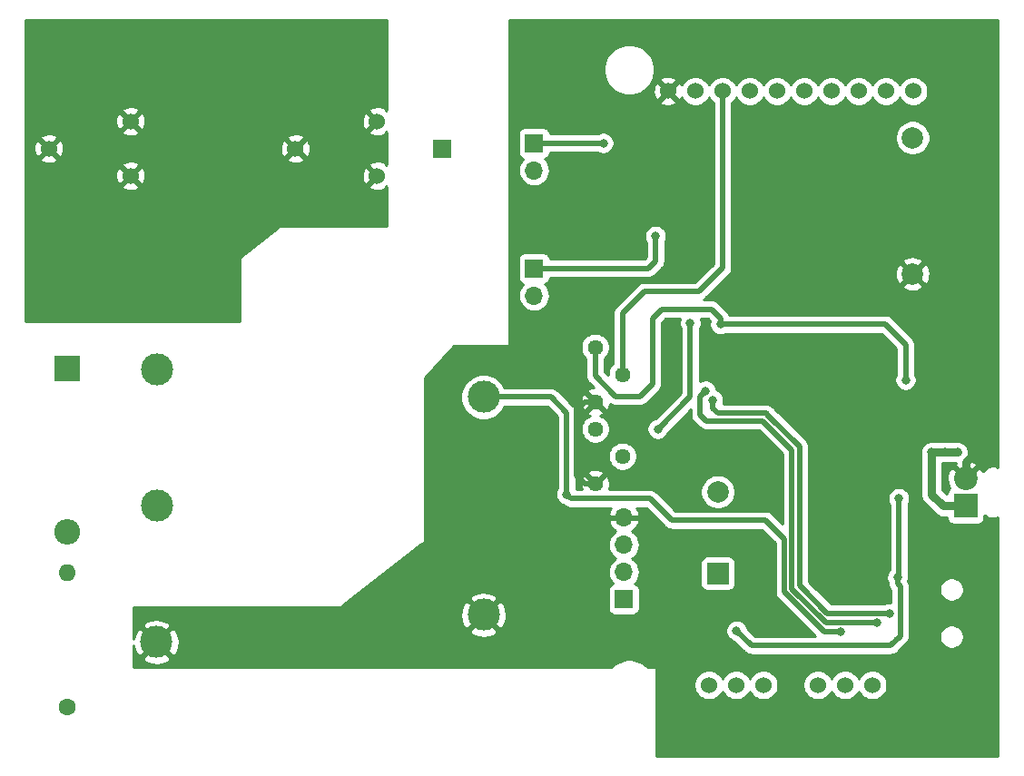
<source format=gbr>
G04 #@! TF.GenerationSoftware,KiCad,Pcbnew,(5.1.0)-1*
G04 #@! TF.CreationDate,2020-08-30T01:34:27+02:00*
G04 #@! TF.ProjectId,Dosimeter,446f7369-6d65-4746-9572-2e6b69636164,rev?*
G04 #@! TF.SameCoordinates,Original*
G04 #@! TF.FileFunction,Copper,L2,Bot*
G04 #@! TF.FilePolarity,Positive*
%FSLAX46Y46*%
G04 Gerber Fmt 4.6, Leading zero omitted, Abs format (unit mm)*
G04 Created by KiCad (PCBNEW (5.1.0)-1) date 2020-08-30 01:34:27*
%MOMM*%
%LPD*%
G04 APERTURE LIST*
%ADD10O,1.600000X1.600000*%
%ADD11C,1.600000*%
%ADD12O,1.700000X1.700000*%
%ADD13R,1.700000X1.700000*%
%ADD14C,1.524000*%
%ADD15C,2.000000*%
%ADD16R,2.000000X2.000000*%
%ADD17C,1.440000*%
%ADD18C,2.200000*%
%ADD19R,2.200000X2.200000*%
%ADD20O,2.400000X2.400000*%
%ADD21R,2.400000X2.400000*%
%ADD22C,3.000000*%
%ADD23C,0.800000*%
%ADD24C,0.500000*%
%ADD25C,0.800000*%
%ADD26C,0.254000*%
G04 APERTURE END LIST*
D10*
X31496000Y-113246000D03*
D11*
X31496000Y-125746000D03*
D12*
X83439000Y-108077000D03*
X83439000Y-110617000D03*
X83439000Y-113157000D03*
D13*
X83439000Y-115697000D03*
D14*
X101540000Y-123700000D03*
X104080000Y-123700000D03*
X106620000Y-123700000D03*
X96460000Y-123700000D03*
X93920000Y-123700000D03*
X91380000Y-123700000D03*
X110430000Y-68300000D03*
X107890000Y-68300000D03*
X105350000Y-68300000D03*
X102810000Y-68300000D03*
X100270000Y-68300000D03*
X97730000Y-68300000D03*
X95190000Y-68300000D03*
X92650000Y-68300000D03*
X90110000Y-68300000D03*
X87570000Y-68300000D03*
D15*
X110375000Y-85346000D03*
X110375000Y-72646000D03*
D13*
X66452000Y-73660000D03*
D14*
X52812000Y-73660000D03*
X60432000Y-71120000D03*
X60432000Y-76200000D03*
X29812000Y-73660000D03*
X37432000Y-71120000D03*
X37432000Y-76200000D03*
D15*
X92202000Y-105684000D03*
D16*
X92202000Y-113284000D03*
D12*
X75057000Y-87376000D03*
D13*
X75057000Y-84836000D03*
D12*
X75057000Y-75692000D03*
D13*
X75057000Y-73152000D03*
D17*
X80772000Y-97282000D03*
X83312000Y-94742000D03*
X80772000Y-92202000D03*
D18*
X115316000Y-104460000D03*
D19*
X115316000Y-107000000D03*
D17*
X80782000Y-104902000D03*
X83322000Y-102362000D03*
X80782000Y-99822000D03*
D20*
X31496000Y-109378000D03*
D21*
X31496000Y-94138000D03*
D22*
X39878000Y-107000000D03*
X39838000Y-119700000D03*
X39878000Y-94300000D03*
X70358000Y-117160000D03*
X70358000Y-96840000D03*
D23*
X97282000Y-92964000D03*
X100965000Y-96647000D03*
X103505000Y-106172000D03*
X105156000Y-100965000D03*
X89408000Y-100838000D03*
X109728000Y-95250000D03*
X92456000Y-90043000D03*
X108966000Y-113665000D03*
X109093000Y-106299000D03*
X93954500Y-118643500D03*
X108236696Y-117014517D03*
X91738986Y-97116000D03*
X107061000Y-117864517D03*
X91059000Y-96266000D03*
X89636500Y-89941500D03*
X86614000Y-99822000D03*
X81534000Y-73152000D03*
X86402000Y-81828000D03*
X78105000Y-105918000D03*
X103632000Y-118745000D03*
X112141000Y-101981000D03*
X114554000Y-101981000D03*
X113411000Y-101981000D03*
D24*
X79763767Y-104902000D02*
X80782000Y-104902000D01*
X78994000Y-104132233D02*
X79763767Y-104902000D01*
X78994000Y-98041767D02*
X78994000Y-104132233D01*
X79753767Y-97282000D02*
X78994000Y-98041767D01*
X80772000Y-97282000D02*
X79753767Y-97282000D01*
D25*
X115570000Y-99695000D02*
X108839000Y-99695000D01*
X107569000Y-100965000D02*
X105156000Y-100965000D01*
X108839000Y-99695000D02*
X107569000Y-100965000D01*
X116141500Y-102078866D02*
X116141500Y-100266500D01*
X115316000Y-102904366D02*
X116141500Y-102078866D01*
X115316000Y-104460000D02*
X115316000Y-102904366D01*
X116141500Y-100266500D02*
X115570000Y-99695000D01*
D24*
X109093000Y-113538000D02*
X108966000Y-113665000D01*
X109093000Y-106299000D02*
X109093000Y-113538000D01*
X108966000Y-114230685D02*
X109220000Y-114484685D01*
X108966000Y-113665000D02*
X108966000Y-114230685D01*
X109220000Y-114484685D02*
X109220000Y-119126000D01*
X109220000Y-119126000D02*
X108839000Y-119507000D01*
X92456000Y-90043000D02*
X107823000Y-90043000D01*
X109728000Y-91948000D02*
X109728000Y-95250000D01*
X107823000Y-90043000D02*
X109728000Y-91948000D01*
X108331000Y-120015000D02*
X109220000Y-119126000D01*
X95326000Y-120015000D02*
X108331000Y-120015000D01*
X93954500Y-118643500D02*
X95326000Y-120015000D01*
X82677000Y-96774000D02*
X80772000Y-94869000D01*
X84963000Y-96774000D02*
X82677000Y-96774000D01*
X92456000Y-89477315D02*
X91624685Y-88646000D01*
X91624685Y-88646000D02*
X86995000Y-88646000D01*
X80772000Y-94869000D02*
X80772000Y-92202000D01*
X86995000Y-88646000D02*
X86106000Y-89535000D01*
X92456000Y-90043000D02*
X92456000Y-89477315D01*
X86106000Y-89535000D02*
X86106000Y-95631000D01*
X86106000Y-95631000D02*
X84963000Y-96774000D01*
X99822000Y-101473000D02*
X99822000Y-114427000D01*
X99822000Y-114427000D02*
X100584000Y-115189000D01*
X102409517Y-117014517D02*
X99822000Y-114427000D01*
X108236696Y-117014517D02*
X102409517Y-117014517D01*
X91738986Y-97116000D02*
X91738986Y-97896976D01*
X96708990Y-98359990D02*
X96901000Y-98552000D01*
X92202000Y-98359990D02*
X96708990Y-98359990D01*
X91738986Y-97896976D02*
X92202000Y-98359990D01*
X96901000Y-98552000D02*
X99822000Y-101473000D01*
X90551000Y-96774000D02*
X91059000Y-96266000D01*
X90551000Y-98482685D02*
X90551000Y-96774000D01*
X107061000Y-117864517D02*
X102269555Y-117864517D01*
X102269555Y-117864517D02*
X99121990Y-114716953D01*
X99121990Y-114716953D02*
X99121990Y-101762952D01*
X99121990Y-101762952D02*
X96419038Y-99060000D01*
X96419038Y-99060000D02*
X91128315Y-99060000D01*
X91128315Y-99060000D02*
X90551000Y-98482685D01*
X89636500Y-96799500D02*
X89636500Y-89941500D01*
X86614000Y-99822000D02*
X89636500Y-96799500D01*
X83312000Y-89027000D02*
X83312000Y-94742000D01*
X85344000Y-86995000D02*
X83312000Y-89027000D01*
X90424000Y-86995000D02*
X85344000Y-86995000D01*
X92650000Y-68300000D02*
X92650000Y-84769000D01*
X92650000Y-84769000D02*
X90424000Y-86995000D01*
X81534000Y-73152000D02*
X75057000Y-73152000D01*
X75057000Y-84836000D02*
X85725000Y-84836000D01*
X85725000Y-84836000D02*
X86402000Y-84159000D01*
X86402000Y-84159000D02*
X86402000Y-81828000D01*
X78105000Y-105918000D02*
X78105000Y-98298000D01*
X76647000Y-96840000D02*
X70358000Y-96840000D01*
X78105000Y-98298000D02*
X76647000Y-96840000D01*
D25*
X112141000Y-101981000D02*
X112141000Y-105918000D01*
X112141000Y-105918000D02*
X113223000Y-107000000D01*
X112141000Y-101981000D02*
X112706685Y-101981000D01*
X112706685Y-101981000D02*
X113411000Y-101981000D01*
X114554000Y-101981000D02*
X114554000Y-101981000D01*
X113411000Y-101981000D02*
X114554000Y-101981000D01*
X115316000Y-107000000D02*
X113223000Y-107000000D01*
D24*
X98421980Y-115006906D02*
X102160074Y-118745000D01*
X78105000Y-105918000D02*
X78504999Y-106317999D01*
X78504999Y-106317999D02*
X85870999Y-106317999D01*
X85870999Y-106317999D02*
X87884000Y-108331000D01*
X102160074Y-118745000D02*
X103632000Y-118745000D01*
X87884000Y-108331000D02*
X96647000Y-108331000D01*
X96647000Y-108331000D02*
X98421980Y-110105980D01*
X98421980Y-110105980D02*
X98421980Y-115006906D01*
D26*
G36*
X118340001Y-103377844D02*
G01*
X118201652Y-103320539D01*
X117972712Y-103275000D01*
X117739288Y-103275000D01*
X117510348Y-103320539D01*
X117294692Y-103409866D01*
X117100606Y-103539550D01*
X116935550Y-103704606D01*
X116906445Y-103748165D01*
X116903336Y-103739034D01*
X116797338Y-103540726D01*
X116522712Y-103432893D01*
X115495605Y-104460000D01*
X115509748Y-104474143D01*
X115330143Y-104653748D01*
X115316000Y-104639605D01*
X115301858Y-104653748D01*
X115122253Y-104474143D01*
X115136395Y-104460000D01*
X114109288Y-103432893D01*
X113834662Y-103540726D01*
X113683784Y-103847384D01*
X113595631Y-104177585D01*
X113573591Y-104518639D01*
X113618511Y-104857439D01*
X113728664Y-105180966D01*
X113834662Y-105379274D01*
X113844733Y-105383228D01*
X113764815Y-105448815D01*
X113685463Y-105545506D01*
X113626498Y-105655820D01*
X113590188Y-105775518D01*
X113578715Y-105892005D01*
X113176000Y-105489290D01*
X113176000Y-103016000D01*
X114382065Y-103016000D01*
X114288893Y-103253288D01*
X115316000Y-104280395D01*
X116343107Y-103253288D01*
X116235274Y-102978662D01*
X115928616Y-102827784D01*
X115598415Y-102739631D01*
X115285708Y-102719423D01*
X115289396Y-102716396D01*
X115321803Y-102676908D01*
X115357937Y-102640774D01*
X115386328Y-102598284D01*
X115418734Y-102558797D01*
X115442814Y-102513746D01*
X115471205Y-102471256D01*
X115490762Y-102424042D01*
X115514841Y-102378993D01*
X115529669Y-102330113D01*
X115549226Y-102282898D01*
X115559196Y-102232777D01*
X115574024Y-102183895D01*
X115579031Y-102133057D01*
X115589000Y-102082939D01*
X115589000Y-102031838D01*
X115594007Y-101981000D01*
X115589000Y-101930162D01*
X115589000Y-101879061D01*
X115579031Y-101828943D01*
X115574024Y-101778105D01*
X115559196Y-101729223D01*
X115549226Y-101679102D01*
X115529669Y-101631887D01*
X115514841Y-101583007D01*
X115490762Y-101537958D01*
X115471205Y-101490744D01*
X115442814Y-101448254D01*
X115418734Y-101403203D01*
X115386328Y-101363716D01*
X115357937Y-101321226D01*
X115321803Y-101285092D01*
X115289396Y-101245604D01*
X115249908Y-101213197D01*
X115213774Y-101177063D01*
X115171284Y-101148672D01*
X115131797Y-101116266D01*
X115086746Y-101092186D01*
X115044256Y-101063795D01*
X114997042Y-101044238D01*
X114951993Y-101020159D01*
X114903113Y-101005331D01*
X114855898Y-100985774D01*
X114805777Y-100975804D01*
X114756895Y-100960976D01*
X114706057Y-100955969D01*
X114655939Y-100946000D01*
X112191838Y-100946000D01*
X112141000Y-100940993D01*
X112090162Y-100946000D01*
X112039061Y-100946000D01*
X111988943Y-100955969D01*
X111938105Y-100960976D01*
X111889223Y-100975804D01*
X111839102Y-100985774D01*
X111791887Y-101005331D01*
X111743007Y-101020159D01*
X111697958Y-101044238D01*
X111650744Y-101063795D01*
X111608254Y-101092186D01*
X111563203Y-101116266D01*
X111523716Y-101148672D01*
X111481226Y-101177063D01*
X111445092Y-101213197D01*
X111405604Y-101245604D01*
X111373197Y-101285092D01*
X111337063Y-101321226D01*
X111308672Y-101363716D01*
X111276266Y-101403203D01*
X111252186Y-101448254D01*
X111223795Y-101490744D01*
X111204238Y-101537958D01*
X111180159Y-101583007D01*
X111165331Y-101631887D01*
X111145774Y-101679102D01*
X111135804Y-101729223D01*
X111120976Y-101778105D01*
X111115969Y-101828943D01*
X111106000Y-101879061D01*
X111106000Y-101930162D01*
X111100993Y-101981000D01*
X111106000Y-102031838D01*
X111106001Y-105867162D01*
X111100994Y-105918000D01*
X111120977Y-106120895D01*
X111180160Y-106315993D01*
X111276266Y-106495797D01*
X111362521Y-106600898D01*
X111405605Y-106653396D01*
X111445092Y-106685802D01*
X112455197Y-107695908D01*
X112487604Y-107735396D01*
X112527092Y-107767803D01*
X112645202Y-107864734D01*
X112741309Y-107916104D01*
X112825007Y-107960841D01*
X113020105Y-108020024D01*
X113172162Y-108035000D01*
X113172171Y-108035000D01*
X113222999Y-108040006D01*
X113273827Y-108035000D01*
X113577928Y-108035000D01*
X113577928Y-108100000D01*
X113590188Y-108224482D01*
X113626498Y-108344180D01*
X113685463Y-108454494D01*
X113764815Y-108551185D01*
X113861506Y-108630537D01*
X113971820Y-108689502D01*
X114091518Y-108725812D01*
X114216000Y-108738072D01*
X116416000Y-108738072D01*
X116540482Y-108725812D01*
X116660180Y-108689502D01*
X116770494Y-108630537D01*
X116867185Y-108551185D01*
X116946537Y-108454494D01*
X117005502Y-108344180D01*
X117041812Y-108224482D01*
X117054072Y-108100000D01*
X117054072Y-107873916D01*
X117100606Y-107920450D01*
X117294692Y-108050134D01*
X117510348Y-108139461D01*
X117739288Y-108185000D01*
X117972712Y-108185000D01*
X118201652Y-108139461D01*
X118340001Y-108082156D01*
X118340001Y-130340000D01*
X86487000Y-130340000D01*
X86487000Y-123562408D01*
X89983000Y-123562408D01*
X89983000Y-123837592D01*
X90036686Y-124107490D01*
X90141995Y-124361727D01*
X90294880Y-124590535D01*
X90489465Y-124785120D01*
X90718273Y-124938005D01*
X90972510Y-125043314D01*
X91242408Y-125097000D01*
X91517592Y-125097000D01*
X91787490Y-125043314D01*
X92041727Y-124938005D01*
X92270535Y-124785120D01*
X92465120Y-124590535D01*
X92618005Y-124361727D01*
X92650000Y-124284485D01*
X92681995Y-124361727D01*
X92834880Y-124590535D01*
X93029465Y-124785120D01*
X93258273Y-124938005D01*
X93512510Y-125043314D01*
X93782408Y-125097000D01*
X94057592Y-125097000D01*
X94327490Y-125043314D01*
X94581727Y-124938005D01*
X94810535Y-124785120D01*
X95005120Y-124590535D01*
X95158005Y-124361727D01*
X95190000Y-124284485D01*
X95221995Y-124361727D01*
X95374880Y-124590535D01*
X95569465Y-124785120D01*
X95798273Y-124938005D01*
X96052510Y-125043314D01*
X96322408Y-125097000D01*
X96597592Y-125097000D01*
X96867490Y-125043314D01*
X97121727Y-124938005D01*
X97350535Y-124785120D01*
X97545120Y-124590535D01*
X97698005Y-124361727D01*
X97803314Y-124107490D01*
X97857000Y-123837592D01*
X97857000Y-123562408D01*
X100143000Y-123562408D01*
X100143000Y-123837592D01*
X100196686Y-124107490D01*
X100301995Y-124361727D01*
X100454880Y-124590535D01*
X100649465Y-124785120D01*
X100878273Y-124938005D01*
X101132510Y-125043314D01*
X101402408Y-125097000D01*
X101677592Y-125097000D01*
X101947490Y-125043314D01*
X102201727Y-124938005D01*
X102430535Y-124785120D01*
X102625120Y-124590535D01*
X102778005Y-124361727D01*
X102810000Y-124284485D01*
X102841995Y-124361727D01*
X102994880Y-124590535D01*
X103189465Y-124785120D01*
X103418273Y-124938005D01*
X103672510Y-125043314D01*
X103942408Y-125097000D01*
X104217592Y-125097000D01*
X104487490Y-125043314D01*
X104741727Y-124938005D01*
X104970535Y-124785120D01*
X105165120Y-124590535D01*
X105318005Y-124361727D01*
X105350000Y-124284485D01*
X105381995Y-124361727D01*
X105534880Y-124590535D01*
X105729465Y-124785120D01*
X105958273Y-124938005D01*
X106212510Y-125043314D01*
X106482408Y-125097000D01*
X106757592Y-125097000D01*
X107027490Y-125043314D01*
X107281727Y-124938005D01*
X107510535Y-124785120D01*
X107705120Y-124590535D01*
X107858005Y-124361727D01*
X107963314Y-124107490D01*
X108017000Y-123837592D01*
X108017000Y-123562408D01*
X107963314Y-123292510D01*
X107858005Y-123038273D01*
X107705120Y-122809465D01*
X107510535Y-122614880D01*
X107281727Y-122461995D01*
X107027490Y-122356686D01*
X106757592Y-122303000D01*
X106482408Y-122303000D01*
X106212510Y-122356686D01*
X105958273Y-122461995D01*
X105729465Y-122614880D01*
X105534880Y-122809465D01*
X105381995Y-123038273D01*
X105350000Y-123115515D01*
X105318005Y-123038273D01*
X105165120Y-122809465D01*
X104970535Y-122614880D01*
X104741727Y-122461995D01*
X104487490Y-122356686D01*
X104217592Y-122303000D01*
X103942408Y-122303000D01*
X103672510Y-122356686D01*
X103418273Y-122461995D01*
X103189465Y-122614880D01*
X102994880Y-122809465D01*
X102841995Y-123038273D01*
X102810000Y-123115515D01*
X102778005Y-123038273D01*
X102625120Y-122809465D01*
X102430535Y-122614880D01*
X102201727Y-122461995D01*
X101947490Y-122356686D01*
X101677592Y-122303000D01*
X101402408Y-122303000D01*
X101132510Y-122356686D01*
X100878273Y-122461995D01*
X100649465Y-122614880D01*
X100454880Y-122809465D01*
X100301995Y-123038273D01*
X100196686Y-123292510D01*
X100143000Y-123562408D01*
X97857000Y-123562408D01*
X97803314Y-123292510D01*
X97698005Y-123038273D01*
X97545120Y-122809465D01*
X97350535Y-122614880D01*
X97121727Y-122461995D01*
X96867490Y-122356686D01*
X96597592Y-122303000D01*
X96322408Y-122303000D01*
X96052510Y-122356686D01*
X95798273Y-122461995D01*
X95569465Y-122614880D01*
X95374880Y-122809465D01*
X95221995Y-123038273D01*
X95190000Y-123115515D01*
X95158005Y-123038273D01*
X95005120Y-122809465D01*
X94810535Y-122614880D01*
X94581727Y-122461995D01*
X94327490Y-122356686D01*
X94057592Y-122303000D01*
X93782408Y-122303000D01*
X93512510Y-122356686D01*
X93258273Y-122461995D01*
X93029465Y-122614880D01*
X92834880Y-122809465D01*
X92681995Y-123038273D01*
X92650000Y-123115515D01*
X92618005Y-123038273D01*
X92465120Y-122809465D01*
X92270535Y-122614880D01*
X92041727Y-122461995D01*
X91787490Y-122356686D01*
X91517592Y-122303000D01*
X91242408Y-122303000D01*
X90972510Y-122356686D01*
X90718273Y-122461995D01*
X90489465Y-122614880D01*
X90294880Y-122809465D01*
X90141995Y-123038273D01*
X90036686Y-123292510D01*
X89983000Y-123562408D01*
X86487000Y-123562408D01*
X86487000Y-122174000D01*
X86484560Y-122149224D01*
X86477333Y-122125399D01*
X86465597Y-122103443D01*
X86449803Y-122084197D01*
X86430557Y-122068403D01*
X86408601Y-122056667D01*
X86384776Y-122049440D01*
X86360000Y-122047000D01*
X85678899Y-122047000D01*
X85475349Y-121843450D01*
X85084721Y-121582440D01*
X84650679Y-121402654D01*
X84189902Y-121311000D01*
X83720098Y-121311000D01*
X83259321Y-121402654D01*
X82825279Y-121582440D01*
X82434651Y-121843450D01*
X82231101Y-122047000D01*
X37719000Y-122047000D01*
X37719000Y-121191653D01*
X38525952Y-121191653D01*
X38681962Y-121507214D01*
X39056745Y-121698020D01*
X39461551Y-121812044D01*
X39880824Y-121844902D01*
X40298451Y-121795334D01*
X40698383Y-121665243D01*
X40994038Y-121507214D01*
X41150048Y-121191653D01*
X39838000Y-119879605D01*
X38525952Y-121191653D01*
X37719000Y-121191653D01*
X37719000Y-119961057D01*
X37742666Y-120160451D01*
X37872757Y-120560383D01*
X38030786Y-120856038D01*
X38346347Y-121012048D01*
X39658395Y-119700000D01*
X40017605Y-119700000D01*
X41329653Y-121012048D01*
X41645214Y-120856038D01*
X41836020Y-120481255D01*
X41950044Y-120076449D01*
X41982902Y-119657176D01*
X41933334Y-119239549D01*
X41803243Y-118839617D01*
X41702776Y-118651653D01*
X69045952Y-118651653D01*
X69201962Y-118967214D01*
X69576745Y-119158020D01*
X69981551Y-119272044D01*
X70400824Y-119304902D01*
X70818451Y-119255334D01*
X71218383Y-119125243D01*
X71514038Y-118967214D01*
X71670048Y-118651653D01*
X70358000Y-117339605D01*
X69045952Y-118651653D01*
X41702776Y-118651653D01*
X41645214Y-118543962D01*
X41329653Y-118387952D01*
X40017605Y-119700000D01*
X39658395Y-119700000D01*
X38346347Y-118387952D01*
X38030786Y-118543962D01*
X37839980Y-118918745D01*
X37725956Y-119323551D01*
X37719000Y-119412311D01*
X37719000Y-118208347D01*
X38525952Y-118208347D01*
X39838000Y-119520395D01*
X41150048Y-118208347D01*
X40994038Y-117892786D01*
X40619255Y-117701980D01*
X40214449Y-117587956D01*
X39795176Y-117555098D01*
X39377549Y-117604666D01*
X38977617Y-117734757D01*
X38681962Y-117892786D01*
X38525952Y-118208347D01*
X37719000Y-118208347D01*
X37719000Y-117202824D01*
X68213098Y-117202824D01*
X68262666Y-117620451D01*
X68392757Y-118020383D01*
X68550786Y-118316038D01*
X68866347Y-118472048D01*
X70178395Y-117160000D01*
X70537605Y-117160000D01*
X71849653Y-118472048D01*
X72165214Y-118316038D01*
X72356020Y-117941255D01*
X72470044Y-117536449D01*
X72502902Y-117117176D01*
X72453334Y-116699549D01*
X72323243Y-116299617D01*
X72165214Y-116003962D01*
X71849653Y-115847952D01*
X70537605Y-117160000D01*
X70178395Y-117160000D01*
X68866347Y-115847952D01*
X68550786Y-116003962D01*
X68359980Y-116378745D01*
X68245956Y-116783551D01*
X68213098Y-117202824D01*
X37719000Y-117202824D01*
X37719000Y-116459000D01*
X56896000Y-116459000D01*
X56929398Y-116454530D01*
X56952661Y-116445660D01*
X56973746Y-116432422D01*
X57960676Y-115668347D01*
X69045952Y-115668347D01*
X70358000Y-116980395D01*
X71670048Y-115668347D01*
X71514038Y-115352786D01*
X71139255Y-115161980D01*
X70734449Y-115047956D01*
X70315176Y-115015098D01*
X69897549Y-115064666D01*
X69497617Y-115194757D01*
X69201962Y-115352786D01*
X69045952Y-115668347D01*
X57960676Y-115668347D01*
X64485332Y-110617000D01*
X81946815Y-110617000D01*
X81975487Y-110908111D01*
X82060401Y-111188034D01*
X82198294Y-111446014D01*
X82383866Y-111672134D01*
X82609986Y-111857706D01*
X82664791Y-111887000D01*
X82609986Y-111916294D01*
X82383866Y-112101866D01*
X82198294Y-112327986D01*
X82060401Y-112585966D01*
X81975487Y-112865889D01*
X81946815Y-113157000D01*
X81975487Y-113448111D01*
X82060401Y-113728034D01*
X82198294Y-113986014D01*
X82383866Y-114212134D01*
X82413687Y-114236607D01*
X82344820Y-114257498D01*
X82234506Y-114316463D01*
X82137815Y-114395815D01*
X82058463Y-114492506D01*
X81999498Y-114602820D01*
X81963188Y-114722518D01*
X81950928Y-114847000D01*
X81950928Y-116547000D01*
X81963188Y-116671482D01*
X81999498Y-116791180D01*
X82058463Y-116901494D01*
X82137815Y-116998185D01*
X82234506Y-117077537D01*
X82344820Y-117136502D01*
X82464518Y-117172812D01*
X82589000Y-117185072D01*
X84289000Y-117185072D01*
X84413482Y-117172812D01*
X84533180Y-117136502D01*
X84643494Y-117077537D01*
X84740185Y-116998185D01*
X84819537Y-116901494D01*
X84878502Y-116791180D01*
X84914812Y-116671482D01*
X84927072Y-116547000D01*
X84927072Y-114847000D01*
X84914812Y-114722518D01*
X84878502Y-114602820D01*
X84819537Y-114492506D01*
X84740185Y-114395815D01*
X84643494Y-114316463D01*
X84533180Y-114257498D01*
X84464313Y-114236607D01*
X84494134Y-114212134D01*
X84679706Y-113986014D01*
X84817599Y-113728034D01*
X84902513Y-113448111D01*
X84931185Y-113157000D01*
X84902513Y-112865889D01*
X84817599Y-112585966D01*
X84679706Y-112327986D01*
X84643608Y-112284000D01*
X90563928Y-112284000D01*
X90563928Y-114284000D01*
X90576188Y-114408482D01*
X90612498Y-114528180D01*
X90671463Y-114638494D01*
X90750815Y-114735185D01*
X90847506Y-114814537D01*
X90957820Y-114873502D01*
X91077518Y-114909812D01*
X91202000Y-114922072D01*
X93202000Y-114922072D01*
X93326482Y-114909812D01*
X93446180Y-114873502D01*
X93556494Y-114814537D01*
X93653185Y-114735185D01*
X93732537Y-114638494D01*
X93791502Y-114528180D01*
X93827812Y-114408482D01*
X93840072Y-114284000D01*
X93840072Y-112284000D01*
X93827812Y-112159518D01*
X93791502Y-112039820D01*
X93732537Y-111929506D01*
X93653185Y-111832815D01*
X93556494Y-111753463D01*
X93446180Y-111694498D01*
X93326482Y-111658188D01*
X93202000Y-111645928D01*
X91202000Y-111645928D01*
X91077518Y-111658188D01*
X90957820Y-111694498D01*
X90847506Y-111753463D01*
X90750815Y-111832815D01*
X90671463Y-111929506D01*
X90612498Y-112039820D01*
X90576188Y-112159518D01*
X90563928Y-112284000D01*
X84643608Y-112284000D01*
X84494134Y-112101866D01*
X84268014Y-111916294D01*
X84213209Y-111887000D01*
X84268014Y-111857706D01*
X84494134Y-111672134D01*
X84679706Y-111446014D01*
X84817599Y-111188034D01*
X84902513Y-110908111D01*
X84931185Y-110617000D01*
X84902513Y-110325889D01*
X84817599Y-110045966D01*
X84679706Y-109787986D01*
X84494134Y-109561866D01*
X84268014Y-109376294D01*
X84203477Y-109341799D01*
X84320355Y-109272178D01*
X84536588Y-109077269D01*
X84710641Y-108843920D01*
X84835825Y-108581099D01*
X84880476Y-108433890D01*
X84759155Y-108204000D01*
X83566000Y-108204000D01*
X83566000Y-108224000D01*
X83312000Y-108224000D01*
X83312000Y-108204000D01*
X82118845Y-108204000D01*
X81997524Y-108433890D01*
X82042175Y-108581099D01*
X82167359Y-108843920D01*
X82341412Y-109077269D01*
X82557645Y-109272178D01*
X82674523Y-109341799D01*
X82609986Y-109376294D01*
X82383866Y-109561866D01*
X82198294Y-109787986D01*
X82060401Y-110045966D01*
X81975487Y-110325889D01*
X81946815Y-110617000D01*
X64485332Y-110617000D01*
X64847746Y-110336422D01*
X64859803Y-110325803D01*
X64875597Y-110306557D01*
X64887333Y-110284601D01*
X64894560Y-110260776D01*
X64897000Y-110236000D01*
X64897000Y-96629721D01*
X68223000Y-96629721D01*
X68223000Y-97050279D01*
X68305047Y-97462756D01*
X68465988Y-97851302D01*
X68699637Y-98200983D01*
X68997017Y-98498363D01*
X69346698Y-98732012D01*
X69735244Y-98892953D01*
X70147721Y-98975000D01*
X70568279Y-98975000D01*
X70980756Y-98892953D01*
X71369302Y-98732012D01*
X71718983Y-98498363D01*
X72016363Y-98200983D01*
X72250012Y-97851302D01*
X72302328Y-97725000D01*
X76280422Y-97725000D01*
X77220001Y-98664580D01*
X77220000Y-105379546D01*
X77187795Y-105427744D01*
X77109774Y-105616102D01*
X77070000Y-105816061D01*
X77070000Y-106019939D01*
X77109774Y-106219898D01*
X77187795Y-106408256D01*
X77301063Y-106577774D01*
X77445226Y-106721937D01*
X77614744Y-106835205D01*
X77803102Y-106913226D01*
X77857494Y-106924045D01*
X77876182Y-106946816D01*
X78010940Y-107057410D01*
X78164686Y-107139588D01*
X78331509Y-107190194D01*
X78461522Y-107202999D01*
X78461532Y-107202999D01*
X78504998Y-107207280D01*
X78548465Y-107202999D01*
X82247230Y-107202999D01*
X82167359Y-107310080D01*
X82042175Y-107572901D01*
X81997524Y-107720110D01*
X82118845Y-107950000D01*
X83312000Y-107950000D01*
X83312000Y-107930000D01*
X83566000Y-107930000D01*
X83566000Y-107950000D01*
X84759155Y-107950000D01*
X84880476Y-107720110D01*
X84835825Y-107572901D01*
X84710641Y-107310080D01*
X84630770Y-107202999D01*
X85504421Y-107202999D01*
X87227470Y-108926049D01*
X87255183Y-108959817D01*
X87288951Y-108987530D01*
X87288953Y-108987532D01*
X87326416Y-109018277D01*
X87389941Y-109070411D01*
X87543687Y-109152589D01*
X87710510Y-109203195D01*
X87840523Y-109216000D01*
X87840533Y-109216000D01*
X87883999Y-109220281D01*
X87927465Y-109216000D01*
X96280422Y-109216000D01*
X97536980Y-110472559D01*
X97536981Y-114963427D01*
X97532699Y-115006906D01*
X97549785Y-115180396D01*
X97600392Y-115347219D01*
X97682570Y-115500965D01*
X97765448Y-115601952D01*
X97765451Y-115601955D01*
X97793164Y-115635723D01*
X97826931Y-115663436D01*
X101293495Y-119130000D01*
X95692579Y-119130000D01*
X94961035Y-118398457D01*
X94949726Y-118341602D01*
X94871705Y-118153244D01*
X94758437Y-117983726D01*
X94614274Y-117839563D01*
X94444756Y-117726295D01*
X94256398Y-117648274D01*
X94056439Y-117608500D01*
X93852561Y-117608500D01*
X93652602Y-117648274D01*
X93464244Y-117726295D01*
X93294726Y-117839563D01*
X93150563Y-117983726D01*
X93037295Y-118153244D01*
X92959274Y-118341602D01*
X92919500Y-118541561D01*
X92919500Y-118745439D01*
X92959274Y-118945398D01*
X93037295Y-119133756D01*
X93150563Y-119303274D01*
X93294726Y-119447437D01*
X93464244Y-119560705D01*
X93652602Y-119638726D01*
X93709457Y-119650035D01*
X94669470Y-120610049D01*
X94697183Y-120643817D01*
X94730951Y-120671530D01*
X94730953Y-120671532D01*
X94831940Y-120754410D01*
X94831941Y-120754411D01*
X94985687Y-120836589D01*
X95152510Y-120887195D01*
X95282523Y-120900000D01*
X95282531Y-120900000D01*
X95326000Y-120904281D01*
X95369469Y-120900000D01*
X108287531Y-120900000D01*
X108331000Y-120904281D01*
X108374469Y-120900000D01*
X108374477Y-120900000D01*
X108504490Y-120887195D01*
X108671313Y-120836589D01*
X108825059Y-120754411D01*
X108959817Y-120643817D01*
X108987534Y-120610044D01*
X109815049Y-119782530D01*
X109848817Y-119754817D01*
X109876533Y-119721046D01*
X109959411Y-119620059D01*
X109987991Y-119566589D01*
X110041589Y-119466313D01*
X110092195Y-119299490D01*
X110105000Y-119169477D01*
X110105000Y-119169469D01*
X110109281Y-119126000D01*
X110105560Y-119088212D01*
X112865000Y-119088212D01*
X112865000Y-119311788D01*
X112908617Y-119531067D01*
X112994176Y-119737624D01*
X113118388Y-119923520D01*
X113276480Y-120081612D01*
X113462376Y-120205824D01*
X113668933Y-120291383D01*
X113888212Y-120335000D01*
X114111788Y-120335000D01*
X114331067Y-120291383D01*
X114537624Y-120205824D01*
X114723520Y-120081612D01*
X114881612Y-119923520D01*
X115005824Y-119737624D01*
X115091383Y-119531067D01*
X115135000Y-119311788D01*
X115135000Y-119088212D01*
X115091383Y-118868933D01*
X115005824Y-118662376D01*
X114881612Y-118476480D01*
X114723520Y-118318388D01*
X114537624Y-118194176D01*
X114331067Y-118108617D01*
X114111788Y-118065000D01*
X113888212Y-118065000D01*
X113668933Y-118108617D01*
X113462376Y-118194176D01*
X113276480Y-118318388D01*
X113118388Y-118476480D01*
X112994176Y-118662376D01*
X112908617Y-118868933D01*
X112865000Y-119088212D01*
X110105560Y-119088212D01*
X110105000Y-119082531D01*
X110105000Y-114688212D01*
X112865000Y-114688212D01*
X112865000Y-114911788D01*
X112908617Y-115131067D01*
X112994176Y-115337624D01*
X113118388Y-115523520D01*
X113276480Y-115681612D01*
X113462376Y-115805824D01*
X113668933Y-115891383D01*
X113888212Y-115935000D01*
X114111788Y-115935000D01*
X114331067Y-115891383D01*
X114537624Y-115805824D01*
X114723520Y-115681612D01*
X114881612Y-115523520D01*
X115005824Y-115337624D01*
X115091383Y-115131067D01*
X115135000Y-114911788D01*
X115135000Y-114688212D01*
X115091383Y-114468933D01*
X115005824Y-114262376D01*
X114881612Y-114076480D01*
X114723520Y-113918388D01*
X114537624Y-113794176D01*
X114331067Y-113708617D01*
X114111788Y-113665000D01*
X113888212Y-113665000D01*
X113668933Y-113708617D01*
X113462376Y-113794176D01*
X113276480Y-113918388D01*
X113118388Y-114076480D01*
X112994176Y-114262376D01*
X112908617Y-114468933D01*
X112865000Y-114688212D01*
X110105000Y-114688212D01*
X110105000Y-114528150D01*
X110109281Y-114484684D01*
X110105000Y-114441218D01*
X110105000Y-114441208D01*
X110092195Y-114311195D01*
X110041589Y-114144372D01*
X109959411Y-113990626D01*
X109954085Y-113984137D01*
X109961226Y-113966898D01*
X110001000Y-113766939D01*
X110001000Y-113563061D01*
X109978000Y-113447431D01*
X109978000Y-106837454D01*
X110010205Y-106789256D01*
X110088226Y-106600898D01*
X110128000Y-106400939D01*
X110128000Y-106197061D01*
X110088226Y-105997102D01*
X110010205Y-105808744D01*
X109896937Y-105639226D01*
X109752774Y-105495063D01*
X109583256Y-105381795D01*
X109394898Y-105303774D01*
X109194939Y-105264000D01*
X108991061Y-105264000D01*
X108791102Y-105303774D01*
X108602744Y-105381795D01*
X108433226Y-105495063D01*
X108289063Y-105639226D01*
X108175795Y-105808744D01*
X108097774Y-105997102D01*
X108058000Y-106197061D01*
X108058000Y-106400939D01*
X108097774Y-106600898D01*
X108175795Y-106789256D01*
X108208000Y-106837454D01*
X108208001Y-112959288D01*
X108162063Y-113005226D01*
X108048795Y-113174744D01*
X107970774Y-113363102D01*
X107931000Y-113563061D01*
X107931000Y-113766939D01*
X107970774Y-113966898D01*
X108048795Y-114155256D01*
X108079606Y-114201368D01*
X108076719Y-114230685D01*
X108081000Y-114274154D01*
X108081000Y-114274162D01*
X108093805Y-114404175D01*
X108144411Y-114570998D01*
X108207063Y-114688212D01*
X108226590Y-114724744D01*
X108309468Y-114825731D01*
X108309471Y-114825734D01*
X108335000Y-114856841D01*
X108335000Y-115979517D01*
X108134757Y-115979517D01*
X107934798Y-116019291D01*
X107746440Y-116097312D01*
X107698242Y-116129517D01*
X102776096Y-116129517D01*
X101240535Y-114593957D01*
X101240532Y-114593953D01*
X100707000Y-114060422D01*
X100707000Y-101516469D01*
X100711281Y-101473000D01*
X100707000Y-101429531D01*
X100707000Y-101429523D01*
X100694195Y-101299510D01*
X100643589Y-101132687D01*
X100561411Y-100978941D01*
X100450817Y-100844183D01*
X100417050Y-100816471D01*
X97496046Y-97895468D01*
X97365522Y-97764944D01*
X97337807Y-97731173D01*
X97203049Y-97620579D01*
X97049303Y-97538401D01*
X96882480Y-97487795D01*
X96752467Y-97474990D01*
X96752459Y-97474990D01*
X96708990Y-97470709D01*
X96665521Y-97474990D01*
X92710564Y-97474990D01*
X92734212Y-97417898D01*
X92773986Y-97217939D01*
X92773986Y-97014061D01*
X92734212Y-96814102D01*
X92656191Y-96625744D01*
X92542923Y-96456226D01*
X92398760Y-96312063D01*
X92229242Y-96198795D01*
X92089386Y-96140864D01*
X92054226Y-95964102D01*
X91976205Y-95775744D01*
X91862937Y-95606226D01*
X91718774Y-95462063D01*
X91549256Y-95348795D01*
X91360898Y-95270774D01*
X91160939Y-95231000D01*
X90957061Y-95231000D01*
X90757102Y-95270774D01*
X90568744Y-95348795D01*
X90521500Y-95380362D01*
X90521500Y-90479954D01*
X90553705Y-90431756D01*
X90631726Y-90243398D01*
X90671500Y-90043439D01*
X90671500Y-89839561D01*
X90631726Y-89639602D01*
X90586741Y-89531000D01*
X91258107Y-89531000D01*
X91462952Y-89735845D01*
X91460774Y-89741102D01*
X91421000Y-89941061D01*
X91421000Y-90144939D01*
X91460774Y-90344898D01*
X91538795Y-90533256D01*
X91652063Y-90702774D01*
X91796226Y-90846937D01*
X91965744Y-90960205D01*
X92154102Y-91038226D01*
X92354061Y-91078000D01*
X92557939Y-91078000D01*
X92757898Y-91038226D01*
X92946256Y-90960205D01*
X92994454Y-90928000D01*
X107456422Y-90928000D01*
X108843000Y-92314579D01*
X108843001Y-94711544D01*
X108810795Y-94759744D01*
X108732774Y-94948102D01*
X108693000Y-95148061D01*
X108693000Y-95351939D01*
X108732774Y-95551898D01*
X108810795Y-95740256D01*
X108924063Y-95909774D01*
X109068226Y-96053937D01*
X109237744Y-96167205D01*
X109426102Y-96245226D01*
X109626061Y-96285000D01*
X109829939Y-96285000D01*
X110029898Y-96245226D01*
X110218256Y-96167205D01*
X110387774Y-96053937D01*
X110531937Y-95909774D01*
X110645205Y-95740256D01*
X110723226Y-95551898D01*
X110763000Y-95351939D01*
X110763000Y-95148061D01*
X110723226Y-94948102D01*
X110645205Y-94759744D01*
X110613000Y-94711546D01*
X110613000Y-91991469D01*
X110617281Y-91948000D01*
X110613000Y-91904531D01*
X110613000Y-91904523D01*
X110600195Y-91774510D01*
X110549589Y-91607687D01*
X110467411Y-91453941D01*
X110356817Y-91319183D01*
X110323050Y-91291471D01*
X108479534Y-89447956D01*
X108451817Y-89414183D01*
X108317059Y-89303589D01*
X108163313Y-89221411D01*
X107996490Y-89170805D01*
X107866477Y-89158000D01*
X107866469Y-89158000D01*
X107823000Y-89153719D01*
X107779531Y-89158000D01*
X93283959Y-89158000D01*
X93277589Y-89137002D01*
X93195411Y-88983256D01*
X93159874Y-88939954D01*
X93112532Y-88882268D01*
X93112530Y-88882266D01*
X93084817Y-88848498D01*
X93051049Y-88820785D01*
X92281219Y-88050956D01*
X92253502Y-88017183D01*
X92118744Y-87906589D01*
X91964998Y-87824411D01*
X91798175Y-87773805D01*
X91668162Y-87761000D01*
X91668154Y-87761000D01*
X91624685Y-87756719D01*
X91581216Y-87761000D01*
X90868314Y-87761000D01*
X90918059Y-87734411D01*
X91052817Y-87623817D01*
X91080534Y-87590044D01*
X92189165Y-86481413D01*
X109419192Y-86481413D01*
X109514956Y-86745814D01*
X109804571Y-86886704D01*
X110116108Y-86968384D01*
X110437595Y-86987718D01*
X110756675Y-86943961D01*
X111061088Y-86838795D01*
X111235044Y-86745814D01*
X111330808Y-86481413D01*
X110375000Y-85525605D01*
X109419192Y-86481413D01*
X92189165Y-86481413D01*
X93245049Y-85425530D01*
X93265684Y-85408595D01*
X108733282Y-85408595D01*
X108777039Y-85727675D01*
X108882205Y-86032088D01*
X108975186Y-86206044D01*
X109239587Y-86301808D01*
X110195395Y-85346000D01*
X110554605Y-85346000D01*
X111510413Y-86301808D01*
X111774814Y-86206044D01*
X111915704Y-85916429D01*
X111997384Y-85604892D01*
X112016718Y-85283405D01*
X111972961Y-84964325D01*
X111867795Y-84659912D01*
X111774814Y-84485956D01*
X111510413Y-84390192D01*
X110554605Y-85346000D01*
X110195395Y-85346000D01*
X109239587Y-84390192D01*
X108975186Y-84485956D01*
X108834296Y-84775571D01*
X108752616Y-85087108D01*
X108733282Y-85408595D01*
X93265684Y-85408595D01*
X93278817Y-85397817D01*
X93321343Y-85346000D01*
X93389410Y-85263060D01*
X93471588Y-85109314D01*
X93471589Y-85109313D01*
X93522195Y-84942490D01*
X93535000Y-84812477D01*
X93535000Y-84812467D01*
X93539281Y-84769001D01*
X93535000Y-84725535D01*
X93535000Y-84210587D01*
X109419192Y-84210587D01*
X110375000Y-85166395D01*
X111330808Y-84210587D01*
X111235044Y-83946186D01*
X110945429Y-83805296D01*
X110633892Y-83723616D01*
X110312405Y-83704282D01*
X109993325Y-83748039D01*
X109688912Y-83853205D01*
X109514956Y-83946186D01*
X109419192Y-84210587D01*
X93535000Y-84210587D01*
X93535000Y-72484967D01*
X108740000Y-72484967D01*
X108740000Y-72807033D01*
X108802832Y-73122912D01*
X108926082Y-73420463D01*
X109105013Y-73688252D01*
X109332748Y-73915987D01*
X109600537Y-74094918D01*
X109898088Y-74218168D01*
X110213967Y-74281000D01*
X110536033Y-74281000D01*
X110851912Y-74218168D01*
X111149463Y-74094918D01*
X111417252Y-73915987D01*
X111644987Y-73688252D01*
X111823918Y-73420463D01*
X111947168Y-73122912D01*
X112010000Y-72807033D01*
X112010000Y-72484967D01*
X111947168Y-72169088D01*
X111823918Y-71871537D01*
X111644987Y-71603748D01*
X111417252Y-71376013D01*
X111149463Y-71197082D01*
X110851912Y-71073832D01*
X110536033Y-71011000D01*
X110213967Y-71011000D01*
X109898088Y-71073832D01*
X109600537Y-71197082D01*
X109332748Y-71376013D01*
X109105013Y-71603748D01*
X108926082Y-71871537D01*
X108802832Y-72169088D01*
X108740000Y-72484967D01*
X93535000Y-72484967D01*
X93535000Y-69388818D01*
X93540535Y-69385120D01*
X93735120Y-69190535D01*
X93888005Y-68961727D01*
X93920000Y-68884485D01*
X93951995Y-68961727D01*
X94104880Y-69190535D01*
X94299465Y-69385120D01*
X94528273Y-69538005D01*
X94782510Y-69643314D01*
X95052408Y-69697000D01*
X95327592Y-69697000D01*
X95597490Y-69643314D01*
X95851727Y-69538005D01*
X96080535Y-69385120D01*
X96275120Y-69190535D01*
X96428005Y-68961727D01*
X96460000Y-68884485D01*
X96491995Y-68961727D01*
X96644880Y-69190535D01*
X96839465Y-69385120D01*
X97068273Y-69538005D01*
X97322510Y-69643314D01*
X97592408Y-69697000D01*
X97867592Y-69697000D01*
X98137490Y-69643314D01*
X98391727Y-69538005D01*
X98620535Y-69385120D01*
X98815120Y-69190535D01*
X98968005Y-68961727D01*
X99000000Y-68884485D01*
X99031995Y-68961727D01*
X99184880Y-69190535D01*
X99379465Y-69385120D01*
X99608273Y-69538005D01*
X99862510Y-69643314D01*
X100132408Y-69697000D01*
X100407592Y-69697000D01*
X100677490Y-69643314D01*
X100931727Y-69538005D01*
X101160535Y-69385120D01*
X101355120Y-69190535D01*
X101508005Y-68961727D01*
X101540000Y-68884485D01*
X101571995Y-68961727D01*
X101724880Y-69190535D01*
X101919465Y-69385120D01*
X102148273Y-69538005D01*
X102402510Y-69643314D01*
X102672408Y-69697000D01*
X102947592Y-69697000D01*
X103217490Y-69643314D01*
X103471727Y-69538005D01*
X103700535Y-69385120D01*
X103895120Y-69190535D01*
X104048005Y-68961727D01*
X104080000Y-68884485D01*
X104111995Y-68961727D01*
X104264880Y-69190535D01*
X104459465Y-69385120D01*
X104688273Y-69538005D01*
X104942510Y-69643314D01*
X105212408Y-69697000D01*
X105487592Y-69697000D01*
X105757490Y-69643314D01*
X106011727Y-69538005D01*
X106240535Y-69385120D01*
X106435120Y-69190535D01*
X106588005Y-68961727D01*
X106620000Y-68884485D01*
X106651995Y-68961727D01*
X106804880Y-69190535D01*
X106999465Y-69385120D01*
X107228273Y-69538005D01*
X107482510Y-69643314D01*
X107752408Y-69697000D01*
X108027592Y-69697000D01*
X108297490Y-69643314D01*
X108551727Y-69538005D01*
X108780535Y-69385120D01*
X108975120Y-69190535D01*
X109128005Y-68961727D01*
X109160000Y-68884485D01*
X109191995Y-68961727D01*
X109344880Y-69190535D01*
X109539465Y-69385120D01*
X109768273Y-69538005D01*
X110022510Y-69643314D01*
X110292408Y-69697000D01*
X110567592Y-69697000D01*
X110837490Y-69643314D01*
X111091727Y-69538005D01*
X111320535Y-69385120D01*
X111515120Y-69190535D01*
X111668005Y-68961727D01*
X111773314Y-68707490D01*
X111827000Y-68437592D01*
X111827000Y-68162408D01*
X111773314Y-67892510D01*
X111668005Y-67638273D01*
X111515120Y-67409465D01*
X111320535Y-67214880D01*
X111091727Y-67061995D01*
X110837490Y-66956686D01*
X110567592Y-66903000D01*
X110292408Y-66903000D01*
X110022510Y-66956686D01*
X109768273Y-67061995D01*
X109539465Y-67214880D01*
X109344880Y-67409465D01*
X109191995Y-67638273D01*
X109160000Y-67715515D01*
X109128005Y-67638273D01*
X108975120Y-67409465D01*
X108780535Y-67214880D01*
X108551727Y-67061995D01*
X108297490Y-66956686D01*
X108027592Y-66903000D01*
X107752408Y-66903000D01*
X107482510Y-66956686D01*
X107228273Y-67061995D01*
X106999465Y-67214880D01*
X106804880Y-67409465D01*
X106651995Y-67638273D01*
X106620000Y-67715515D01*
X106588005Y-67638273D01*
X106435120Y-67409465D01*
X106240535Y-67214880D01*
X106011727Y-67061995D01*
X105757490Y-66956686D01*
X105487592Y-66903000D01*
X105212408Y-66903000D01*
X104942510Y-66956686D01*
X104688273Y-67061995D01*
X104459465Y-67214880D01*
X104264880Y-67409465D01*
X104111995Y-67638273D01*
X104080000Y-67715515D01*
X104048005Y-67638273D01*
X103895120Y-67409465D01*
X103700535Y-67214880D01*
X103471727Y-67061995D01*
X103217490Y-66956686D01*
X102947592Y-66903000D01*
X102672408Y-66903000D01*
X102402510Y-66956686D01*
X102148273Y-67061995D01*
X101919465Y-67214880D01*
X101724880Y-67409465D01*
X101571995Y-67638273D01*
X101540000Y-67715515D01*
X101508005Y-67638273D01*
X101355120Y-67409465D01*
X101160535Y-67214880D01*
X100931727Y-67061995D01*
X100677490Y-66956686D01*
X100407592Y-66903000D01*
X100132408Y-66903000D01*
X99862510Y-66956686D01*
X99608273Y-67061995D01*
X99379465Y-67214880D01*
X99184880Y-67409465D01*
X99031995Y-67638273D01*
X99000000Y-67715515D01*
X98968005Y-67638273D01*
X98815120Y-67409465D01*
X98620535Y-67214880D01*
X98391727Y-67061995D01*
X98137490Y-66956686D01*
X97867592Y-66903000D01*
X97592408Y-66903000D01*
X97322510Y-66956686D01*
X97068273Y-67061995D01*
X96839465Y-67214880D01*
X96644880Y-67409465D01*
X96491995Y-67638273D01*
X96460000Y-67715515D01*
X96428005Y-67638273D01*
X96275120Y-67409465D01*
X96080535Y-67214880D01*
X95851727Y-67061995D01*
X95597490Y-66956686D01*
X95327592Y-66903000D01*
X95052408Y-66903000D01*
X94782510Y-66956686D01*
X94528273Y-67061995D01*
X94299465Y-67214880D01*
X94104880Y-67409465D01*
X93951995Y-67638273D01*
X93920000Y-67715515D01*
X93888005Y-67638273D01*
X93735120Y-67409465D01*
X93540535Y-67214880D01*
X93311727Y-67061995D01*
X93057490Y-66956686D01*
X92787592Y-66903000D01*
X92512408Y-66903000D01*
X92242510Y-66956686D01*
X91988273Y-67061995D01*
X91759465Y-67214880D01*
X91564880Y-67409465D01*
X91411995Y-67638273D01*
X91380000Y-67715515D01*
X91348005Y-67638273D01*
X91195120Y-67409465D01*
X91000535Y-67214880D01*
X90771727Y-67061995D01*
X90517490Y-66956686D01*
X90247592Y-66903000D01*
X89972408Y-66903000D01*
X89702510Y-66956686D01*
X89448273Y-67061995D01*
X89219465Y-67214880D01*
X89024880Y-67409465D01*
X88871995Y-67638273D01*
X88842308Y-67709943D01*
X88837636Y-67696977D01*
X88775656Y-67581020D01*
X88535565Y-67514040D01*
X87749605Y-68300000D01*
X88535565Y-69085960D01*
X88775656Y-69018980D01*
X88839485Y-68883240D01*
X88871995Y-68961727D01*
X89024880Y-69190535D01*
X89219465Y-69385120D01*
X89448273Y-69538005D01*
X89702510Y-69643314D01*
X89972408Y-69697000D01*
X90247592Y-69697000D01*
X90517490Y-69643314D01*
X90771727Y-69538005D01*
X91000535Y-69385120D01*
X91195120Y-69190535D01*
X91348005Y-68961727D01*
X91380000Y-68884485D01*
X91411995Y-68961727D01*
X91564880Y-69190535D01*
X91759465Y-69385120D01*
X91765000Y-69388818D01*
X91765001Y-84402420D01*
X90057422Y-86110000D01*
X85387469Y-86110000D01*
X85344000Y-86105719D01*
X85300531Y-86110000D01*
X85300523Y-86110000D01*
X85185306Y-86121348D01*
X85170509Y-86122805D01*
X85129340Y-86135294D01*
X85003687Y-86173411D01*
X84849941Y-86255589D01*
X84849939Y-86255590D01*
X84849940Y-86255590D01*
X84748953Y-86338468D01*
X84748951Y-86338470D01*
X84715183Y-86366183D01*
X84687470Y-86399951D01*
X82716956Y-88370466D01*
X82683183Y-88398183D01*
X82572589Y-88532942D01*
X82490411Y-88686688D01*
X82482305Y-88713411D01*
X82441326Y-88848498D01*
X82439805Y-88853511D01*
X82427000Y-88983524D01*
X82427000Y-88983531D01*
X82422719Y-89027000D01*
X82427000Y-89070469D01*
X82427001Y-93710740D01*
X82259503Y-93878238D01*
X82111215Y-94100167D01*
X82009072Y-94346761D01*
X81957000Y-94608544D01*
X81957000Y-94802422D01*
X81657000Y-94502422D01*
X81657000Y-93233259D01*
X81824497Y-93065762D01*
X81972785Y-92843833D01*
X82074928Y-92597239D01*
X82127000Y-92335456D01*
X82127000Y-92068544D01*
X82074928Y-91806761D01*
X81972785Y-91560167D01*
X81824497Y-91338238D01*
X81635762Y-91149503D01*
X81413833Y-91001215D01*
X81167239Y-90899072D01*
X80905456Y-90847000D01*
X80638544Y-90847000D01*
X80376761Y-90899072D01*
X80130167Y-91001215D01*
X79908238Y-91149503D01*
X79719503Y-91338238D01*
X79571215Y-91560167D01*
X79469072Y-91806761D01*
X79417000Y-92068544D01*
X79417000Y-92335456D01*
X79469072Y-92597239D01*
X79571215Y-92843833D01*
X79719503Y-93065762D01*
X79887001Y-93233260D01*
X79887000Y-94825531D01*
X79882719Y-94869000D01*
X79887000Y-94912469D01*
X79887000Y-94912476D01*
X79899805Y-95042489D01*
X79950411Y-95209312D01*
X80032589Y-95363058D01*
X80143183Y-95497817D01*
X80176956Y-95525534D01*
X80590423Y-95939002D01*
X80434499Y-95962937D01*
X80183647Y-96054125D01*
X80077932Y-96110632D01*
X80016045Y-96346440D01*
X80772000Y-97102395D01*
X80786143Y-97088253D01*
X80965748Y-97267858D01*
X80951605Y-97282000D01*
X81707560Y-98037955D01*
X81943368Y-97976068D01*
X82056266Y-97734210D01*
X82119811Y-97474973D01*
X82120380Y-97462068D01*
X82136125Y-97474990D01*
X82182941Y-97513411D01*
X82336687Y-97595589D01*
X82503510Y-97646195D01*
X82633523Y-97659000D01*
X82633531Y-97659000D01*
X82677000Y-97663281D01*
X82720469Y-97659000D01*
X84919531Y-97659000D01*
X84963000Y-97663281D01*
X85006469Y-97659000D01*
X85006477Y-97659000D01*
X85136490Y-97646195D01*
X85303313Y-97595589D01*
X85457059Y-97513411D01*
X85591817Y-97402817D01*
X85619534Y-97369044D01*
X86701049Y-96287530D01*
X86734817Y-96259817D01*
X86774731Y-96211183D01*
X86821210Y-96154548D01*
X86845411Y-96125059D01*
X86927589Y-95971313D01*
X86978195Y-95804490D01*
X86991000Y-95674477D01*
X86991000Y-95674467D01*
X86995281Y-95631001D01*
X86991000Y-95587535D01*
X86991000Y-89901578D01*
X87361579Y-89531000D01*
X88686259Y-89531000D01*
X88641274Y-89639602D01*
X88601500Y-89839561D01*
X88601500Y-90043439D01*
X88641274Y-90243398D01*
X88719295Y-90431756D01*
X88751501Y-90479956D01*
X88751500Y-96432921D01*
X86368957Y-98815465D01*
X86312102Y-98826774D01*
X86123744Y-98904795D01*
X85954226Y-99018063D01*
X85810063Y-99162226D01*
X85696795Y-99331744D01*
X85618774Y-99520102D01*
X85579000Y-99720061D01*
X85579000Y-99923939D01*
X85618774Y-100123898D01*
X85696795Y-100312256D01*
X85810063Y-100481774D01*
X85954226Y-100625937D01*
X86123744Y-100739205D01*
X86312102Y-100817226D01*
X86512061Y-100857000D01*
X86715939Y-100857000D01*
X86915898Y-100817226D01*
X87104256Y-100739205D01*
X87273774Y-100625937D01*
X87417937Y-100481774D01*
X87531205Y-100312256D01*
X87609226Y-100123898D01*
X87620535Y-100067043D01*
X89666000Y-98021579D01*
X89666000Y-98439216D01*
X89661719Y-98482685D01*
X89666000Y-98526154D01*
X89666000Y-98526161D01*
X89678805Y-98656174D01*
X89729411Y-98822997D01*
X89811589Y-98976743D01*
X89922183Y-99111502D01*
X89955956Y-99139219D01*
X90471781Y-99655044D01*
X90499498Y-99688817D01*
X90634256Y-99799411D01*
X90788002Y-99881589D01*
X90954825Y-99932195D01*
X91084838Y-99945000D01*
X91084846Y-99945000D01*
X91128315Y-99949281D01*
X91171784Y-99945000D01*
X96052460Y-99945000D01*
X98236991Y-102129532D01*
X98236990Y-108669412D01*
X97303534Y-107735956D01*
X97275817Y-107702183D01*
X97141059Y-107591589D01*
X96987313Y-107509411D01*
X96820490Y-107458805D01*
X96690477Y-107446000D01*
X96690469Y-107446000D01*
X96647000Y-107441719D01*
X96603531Y-107446000D01*
X88250579Y-107446000D01*
X86527531Y-105722953D01*
X86499816Y-105689182D01*
X86365058Y-105578588D01*
X86260998Y-105522967D01*
X90567000Y-105522967D01*
X90567000Y-105845033D01*
X90629832Y-106160912D01*
X90753082Y-106458463D01*
X90932013Y-106726252D01*
X91159748Y-106953987D01*
X91427537Y-107132918D01*
X91725088Y-107256168D01*
X92040967Y-107319000D01*
X92363033Y-107319000D01*
X92678912Y-107256168D01*
X92976463Y-107132918D01*
X93244252Y-106953987D01*
X93471987Y-106726252D01*
X93650918Y-106458463D01*
X93774168Y-106160912D01*
X93837000Y-105845033D01*
X93837000Y-105522967D01*
X93774168Y-105207088D01*
X93650918Y-104909537D01*
X93471987Y-104641748D01*
X93244252Y-104414013D01*
X92976463Y-104235082D01*
X92678912Y-104111832D01*
X92363033Y-104049000D01*
X92040967Y-104049000D01*
X91725088Y-104111832D01*
X91427537Y-104235082D01*
X91159748Y-104414013D01*
X90932013Y-104641748D01*
X90753082Y-104909537D01*
X90629832Y-105207088D01*
X90567000Y-105522967D01*
X86260998Y-105522967D01*
X86211312Y-105496410D01*
X86044489Y-105445804D01*
X85914476Y-105432999D01*
X85914468Y-105432999D01*
X85870999Y-105428718D01*
X85827530Y-105432999D01*
X82029488Y-105432999D01*
X82066266Y-105354210D01*
X82129811Y-105094973D01*
X82141561Y-104828320D01*
X82101063Y-104564499D01*
X82009875Y-104313647D01*
X81953368Y-104207932D01*
X81717560Y-104146045D01*
X80961605Y-104902000D01*
X80975748Y-104916143D01*
X80796143Y-105095748D01*
X80782000Y-105081605D01*
X80767858Y-105095748D01*
X80588253Y-104916143D01*
X80602395Y-104902000D01*
X79846440Y-104146045D01*
X79610632Y-104207932D01*
X79497734Y-104449790D01*
X79434189Y-104709027D01*
X79422439Y-104975680D01*
X79462937Y-105239501D01*
X79533276Y-105432999D01*
X79024382Y-105432999D01*
X79022205Y-105427744D01*
X78990000Y-105379546D01*
X78990000Y-103966440D01*
X80026045Y-103966440D01*
X80782000Y-104722395D01*
X81537955Y-103966440D01*
X81476068Y-103730632D01*
X81234210Y-103617734D01*
X80974973Y-103554189D01*
X80708320Y-103542439D01*
X80444499Y-103582937D01*
X80193647Y-103674125D01*
X80087932Y-103730632D01*
X80026045Y-103966440D01*
X78990000Y-103966440D01*
X78990000Y-102228544D01*
X81967000Y-102228544D01*
X81967000Y-102495456D01*
X82019072Y-102757239D01*
X82121215Y-103003833D01*
X82269503Y-103225762D01*
X82458238Y-103414497D01*
X82680167Y-103562785D01*
X82926761Y-103664928D01*
X83188544Y-103717000D01*
X83455456Y-103717000D01*
X83717239Y-103664928D01*
X83963833Y-103562785D01*
X84185762Y-103414497D01*
X84374497Y-103225762D01*
X84522785Y-103003833D01*
X84624928Y-102757239D01*
X84677000Y-102495456D01*
X84677000Y-102228544D01*
X84624928Y-101966761D01*
X84522785Y-101720167D01*
X84374497Y-101498238D01*
X84185762Y-101309503D01*
X83963833Y-101161215D01*
X83717239Y-101059072D01*
X83455456Y-101007000D01*
X83188544Y-101007000D01*
X82926761Y-101059072D01*
X82680167Y-101161215D01*
X82458238Y-101309503D01*
X82269503Y-101498238D01*
X82121215Y-101720167D01*
X82019072Y-101966761D01*
X81967000Y-102228544D01*
X78990000Y-102228544D01*
X78990000Y-99688544D01*
X79427000Y-99688544D01*
X79427000Y-99955456D01*
X79479072Y-100217239D01*
X79581215Y-100463833D01*
X79729503Y-100685762D01*
X79918238Y-100874497D01*
X80140167Y-101022785D01*
X80386761Y-101124928D01*
X80648544Y-101177000D01*
X80915456Y-101177000D01*
X81177239Y-101124928D01*
X81423833Y-101022785D01*
X81645762Y-100874497D01*
X81834497Y-100685762D01*
X81982785Y-100463833D01*
X82084928Y-100217239D01*
X82137000Y-99955456D01*
X82137000Y-99688544D01*
X82084928Y-99426761D01*
X81982785Y-99180167D01*
X81834497Y-98958238D01*
X81645762Y-98769503D01*
X81423833Y-98621215D01*
X81251002Y-98549626D01*
X81360353Y-98509875D01*
X81466068Y-98453368D01*
X81527955Y-98217560D01*
X80772000Y-97461605D01*
X80016045Y-98217560D01*
X80077932Y-98453368D01*
X80297709Y-98555959D01*
X80140167Y-98621215D01*
X79918238Y-98769503D01*
X79729503Y-98958238D01*
X79581215Y-99180167D01*
X79479072Y-99426761D01*
X79427000Y-99688544D01*
X78990000Y-99688544D01*
X78990000Y-98341465D01*
X78994281Y-98297999D01*
X78990000Y-98254533D01*
X78990000Y-98254523D01*
X78977195Y-98124510D01*
X78926589Y-97957687D01*
X78844411Y-97803941D01*
X78787184Y-97734210D01*
X78761532Y-97702953D01*
X78761530Y-97702951D01*
X78733817Y-97669183D01*
X78700049Y-97641470D01*
X78414259Y-97355680D01*
X79412439Y-97355680D01*
X79452937Y-97619501D01*
X79544125Y-97870353D01*
X79600632Y-97976068D01*
X79836440Y-98037955D01*
X80592395Y-97282000D01*
X79836440Y-96526045D01*
X79600632Y-96587932D01*
X79487734Y-96829790D01*
X79424189Y-97089027D01*
X79412439Y-97355680D01*
X78414259Y-97355680D01*
X77303534Y-96244956D01*
X77275817Y-96211183D01*
X77141059Y-96100589D01*
X76987313Y-96018411D01*
X76820490Y-95967805D01*
X76690477Y-95955000D01*
X76690469Y-95955000D01*
X76647000Y-95950719D01*
X76603531Y-95955000D01*
X72302328Y-95955000D01*
X72250012Y-95828698D01*
X72016363Y-95479017D01*
X71718983Y-95181637D01*
X71369302Y-94947988D01*
X70980756Y-94787047D01*
X70568279Y-94705000D01*
X70147721Y-94705000D01*
X69735244Y-94787047D01*
X69346698Y-94947988D01*
X68997017Y-95181637D01*
X68699637Y-95479017D01*
X68465988Y-95828698D01*
X68305047Y-96217244D01*
X68223000Y-96629721D01*
X64897000Y-96629721D01*
X64897000Y-95045401D01*
X67619868Y-92075000D01*
X72644000Y-92075000D01*
X72668776Y-92072560D01*
X72692601Y-92065333D01*
X72714557Y-92053597D01*
X72733803Y-92037803D01*
X72749597Y-92018557D01*
X72761333Y-91996601D01*
X72768560Y-91972776D01*
X72771000Y-91948000D01*
X72771000Y-87376000D01*
X73564815Y-87376000D01*
X73593487Y-87667111D01*
X73678401Y-87947034D01*
X73816294Y-88205014D01*
X74001866Y-88431134D01*
X74227986Y-88616706D01*
X74485966Y-88754599D01*
X74765889Y-88839513D01*
X74984050Y-88861000D01*
X75129950Y-88861000D01*
X75348111Y-88839513D01*
X75628034Y-88754599D01*
X75886014Y-88616706D01*
X76112134Y-88431134D01*
X76297706Y-88205014D01*
X76435599Y-87947034D01*
X76520513Y-87667111D01*
X76549185Y-87376000D01*
X76520513Y-87084889D01*
X76435599Y-86804966D01*
X76297706Y-86546986D01*
X76112134Y-86320866D01*
X76082313Y-86296393D01*
X76151180Y-86275502D01*
X76261494Y-86216537D01*
X76358185Y-86137185D01*
X76437537Y-86040494D01*
X76496502Y-85930180D01*
X76532812Y-85810482D01*
X76541625Y-85721000D01*
X85681531Y-85721000D01*
X85725000Y-85725281D01*
X85768469Y-85721000D01*
X85768477Y-85721000D01*
X85898490Y-85708195D01*
X86065313Y-85657589D01*
X86219059Y-85575411D01*
X86353817Y-85464817D01*
X86381534Y-85431044D01*
X86997050Y-84815529D01*
X87030817Y-84787817D01*
X87141411Y-84653059D01*
X87172171Y-84595511D01*
X87223589Y-84499314D01*
X87274195Y-84332490D01*
X87286201Y-84210587D01*
X87287000Y-84202477D01*
X87287000Y-84202469D01*
X87291281Y-84159000D01*
X87287000Y-84115531D01*
X87287000Y-82366454D01*
X87319205Y-82318256D01*
X87397226Y-82129898D01*
X87437000Y-81929939D01*
X87437000Y-81726061D01*
X87397226Y-81526102D01*
X87319205Y-81337744D01*
X87205937Y-81168226D01*
X87061774Y-81024063D01*
X86892256Y-80910795D01*
X86703898Y-80832774D01*
X86503939Y-80793000D01*
X86300061Y-80793000D01*
X86100102Y-80832774D01*
X85911744Y-80910795D01*
X85742226Y-81024063D01*
X85598063Y-81168226D01*
X85484795Y-81337744D01*
X85406774Y-81526102D01*
X85367000Y-81726061D01*
X85367000Y-81929939D01*
X85406774Y-82129898D01*
X85484795Y-82318256D01*
X85517001Y-82366455D01*
X85517000Y-83792421D01*
X85358422Y-83951000D01*
X76541625Y-83951000D01*
X76532812Y-83861518D01*
X76496502Y-83741820D01*
X76437537Y-83631506D01*
X76358185Y-83534815D01*
X76261494Y-83455463D01*
X76151180Y-83396498D01*
X76031482Y-83360188D01*
X75907000Y-83347928D01*
X74207000Y-83347928D01*
X74082518Y-83360188D01*
X73962820Y-83396498D01*
X73852506Y-83455463D01*
X73755815Y-83534815D01*
X73676463Y-83631506D01*
X73617498Y-83741820D01*
X73581188Y-83861518D01*
X73568928Y-83986000D01*
X73568928Y-85686000D01*
X73581188Y-85810482D01*
X73617498Y-85930180D01*
X73676463Y-86040494D01*
X73755815Y-86137185D01*
X73852506Y-86216537D01*
X73962820Y-86275502D01*
X74031687Y-86296393D01*
X74001866Y-86320866D01*
X73816294Y-86546986D01*
X73678401Y-86804966D01*
X73593487Y-87084889D01*
X73564815Y-87376000D01*
X72771000Y-87376000D01*
X72771000Y-75692000D01*
X73564815Y-75692000D01*
X73593487Y-75983111D01*
X73678401Y-76263034D01*
X73816294Y-76521014D01*
X74001866Y-76747134D01*
X74227986Y-76932706D01*
X74485966Y-77070599D01*
X74765889Y-77155513D01*
X74984050Y-77177000D01*
X75129950Y-77177000D01*
X75348111Y-77155513D01*
X75628034Y-77070599D01*
X75886014Y-76932706D01*
X76112134Y-76747134D01*
X76297706Y-76521014D01*
X76435599Y-76263034D01*
X76520513Y-75983111D01*
X76549185Y-75692000D01*
X76520513Y-75400889D01*
X76435599Y-75120966D01*
X76297706Y-74862986D01*
X76112134Y-74636866D01*
X76082313Y-74612393D01*
X76151180Y-74591502D01*
X76261494Y-74532537D01*
X76358185Y-74453185D01*
X76437537Y-74356494D01*
X76496502Y-74246180D01*
X76532812Y-74126482D01*
X76541625Y-74037000D01*
X80995546Y-74037000D01*
X81043744Y-74069205D01*
X81232102Y-74147226D01*
X81432061Y-74187000D01*
X81635939Y-74187000D01*
X81835898Y-74147226D01*
X82024256Y-74069205D01*
X82193774Y-73955937D01*
X82337937Y-73811774D01*
X82451205Y-73642256D01*
X82529226Y-73453898D01*
X82569000Y-73253939D01*
X82569000Y-73050061D01*
X82529226Y-72850102D01*
X82451205Y-72661744D01*
X82337937Y-72492226D01*
X82193774Y-72348063D01*
X82024256Y-72234795D01*
X81835898Y-72156774D01*
X81635939Y-72117000D01*
X81432061Y-72117000D01*
X81232102Y-72156774D01*
X81043744Y-72234795D01*
X80995546Y-72267000D01*
X76541625Y-72267000D01*
X76532812Y-72177518D01*
X76496502Y-72057820D01*
X76437537Y-71947506D01*
X76358185Y-71850815D01*
X76261494Y-71771463D01*
X76151180Y-71712498D01*
X76031482Y-71676188D01*
X75907000Y-71663928D01*
X74207000Y-71663928D01*
X74082518Y-71676188D01*
X73962820Y-71712498D01*
X73852506Y-71771463D01*
X73755815Y-71850815D01*
X73676463Y-71947506D01*
X73617498Y-72057820D01*
X73581188Y-72177518D01*
X73568928Y-72302000D01*
X73568928Y-74002000D01*
X73581188Y-74126482D01*
X73617498Y-74246180D01*
X73676463Y-74356494D01*
X73755815Y-74453185D01*
X73852506Y-74532537D01*
X73962820Y-74591502D01*
X74031687Y-74612393D01*
X74001866Y-74636866D01*
X73816294Y-74862986D01*
X73678401Y-75120966D01*
X73593487Y-75400889D01*
X73564815Y-75692000D01*
X72771000Y-75692000D01*
X72771000Y-69265565D01*
X86784040Y-69265565D01*
X86851020Y-69505656D01*
X87100048Y-69622756D01*
X87367135Y-69689023D01*
X87642017Y-69701910D01*
X87914133Y-69660922D01*
X88173023Y-69567636D01*
X88288980Y-69505656D01*
X88355960Y-69265565D01*
X87570000Y-68479605D01*
X86784040Y-69265565D01*
X72771000Y-69265565D01*
X72771000Y-66061098D01*
X81570000Y-66061098D01*
X81570000Y-66530902D01*
X81661654Y-66991679D01*
X81841440Y-67425721D01*
X82102450Y-67816349D01*
X82434651Y-68148550D01*
X82825279Y-68409560D01*
X83259321Y-68589346D01*
X83720098Y-68681000D01*
X84189902Y-68681000D01*
X84650679Y-68589346D01*
X85084721Y-68409560D01*
X85140907Y-68372017D01*
X86168090Y-68372017D01*
X86209078Y-68644133D01*
X86302364Y-68903023D01*
X86364344Y-69018980D01*
X86604435Y-69085960D01*
X87390395Y-68300000D01*
X86604435Y-67514040D01*
X86364344Y-67581020D01*
X86247244Y-67830048D01*
X86180977Y-68097135D01*
X86168090Y-68372017D01*
X85140907Y-68372017D01*
X85475349Y-68148550D01*
X85807550Y-67816349D01*
X86068560Y-67425721D01*
X86106371Y-67334435D01*
X86784040Y-67334435D01*
X87570000Y-68120395D01*
X88355960Y-67334435D01*
X88288980Y-67094344D01*
X88039952Y-66977244D01*
X87772865Y-66910977D01*
X87497983Y-66898090D01*
X87225867Y-66939078D01*
X86966977Y-67032364D01*
X86851020Y-67094344D01*
X86784040Y-67334435D01*
X86106371Y-67334435D01*
X86248346Y-66991679D01*
X86340000Y-66530902D01*
X86340000Y-66061098D01*
X86248346Y-65600321D01*
X86068560Y-65166279D01*
X85807550Y-64775651D01*
X85475349Y-64443450D01*
X85084721Y-64182440D01*
X84650679Y-64002654D01*
X84189902Y-63911000D01*
X83720098Y-63911000D01*
X83259321Y-64002654D01*
X82825279Y-64182440D01*
X82434651Y-64443450D01*
X82102450Y-64775651D01*
X81841440Y-65166279D01*
X81661654Y-65600321D01*
X81570000Y-66061098D01*
X72771000Y-66061098D01*
X72771000Y-61660000D01*
X118340000Y-61660000D01*
X118340001Y-103377844D01*
X118340001Y-103377844D01*
G37*
X118340001Y-103377844D02*
X118201652Y-103320539D01*
X117972712Y-103275000D01*
X117739288Y-103275000D01*
X117510348Y-103320539D01*
X117294692Y-103409866D01*
X117100606Y-103539550D01*
X116935550Y-103704606D01*
X116906445Y-103748165D01*
X116903336Y-103739034D01*
X116797338Y-103540726D01*
X116522712Y-103432893D01*
X115495605Y-104460000D01*
X115509748Y-104474143D01*
X115330143Y-104653748D01*
X115316000Y-104639605D01*
X115301858Y-104653748D01*
X115122253Y-104474143D01*
X115136395Y-104460000D01*
X114109288Y-103432893D01*
X113834662Y-103540726D01*
X113683784Y-103847384D01*
X113595631Y-104177585D01*
X113573591Y-104518639D01*
X113618511Y-104857439D01*
X113728664Y-105180966D01*
X113834662Y-105379274D01*
X113844733Y-105383228D01*
X113764815Y-105448815D01*
X113685463Y-105545506D01*
X113626498Y-105655820D01*
X113590188Y-105775518D01*
X113578715Y-105892005D01*
X113176000Y-105489290D01*
X113176000Y-103016000D01*
X114382065Y-103016000D01*
X114288893Y-103253288D01*
X115316000Y-104280395D01*
X116343107Y-103253288D01*
X116235274Y-102978662D01*
X115928616Y-102827784D01*
X115598415Y-102739631D01*
X115285708Y-102719423D01*
X115289396Y-102716396D01*
X115321803Y-102676908D01*
X115357937Y-102640774D01*
X115386328Y-102598284D01*
X115418734Y-102558797D01*
X115442814Y-102513746D01*
X115471205Y-102471256D01*
X115490762Y-102424042D01*
X115514841Y-102378993D01*
X115529669Y-102330113D01*
X115549226Y-102282898D01*
X115559196Y-102232777D01*
X115574024Y-102183895D01*
X115579031Y-102133057D01*
X115589000Y-102082939D01*
X115589000Y-102031838D01*
X115594007Y-101981000D01*
X115589000Y-101930162D01*
X115589000Y-101879061D01*
X115579031Y-101828943D01*
X115574024Y-101778105D01*
X115559196Y-101729223D01*
X115549226Y-101679102D01*
X115529669Y-101631887D01*
X115514841Y-101583007D01*
X115490762Y-101537958D01*
X115471205Y-101490744D01*
X115442814Y-101448254D01*
X115418734Y-101403203D01*
X115386328Y-101363716D01*
X115357937Y-101321226D01*
X115321803Y-101285092D01*
X115289396Y-101245604D01*
X115249908Y-101213197D01*
X115213774Y-101177063D01*
X115171284Y-101148672D01*
X115131797Y-101116266D01*
X115086746Y-101092186D01*
X115044256Y-101063795D01*
X114997042Y-101044238D01*
X114951993Y-101020159D01*
X114903113Y-101005331D01*
X114855898Y-100985774D01*
X114805777Y-100975804D01*
X114756895Y-100960976D01*
X114706057Y-100955969D01*
X114655939Y-100946000D01*
X112191838Y-100946000D01*
X112141000Y-100940993D01*
X112090162Y-100946000D01*
X112039061Y-100946000D01*
X111988943Y-100955969D01*
X111938105Y-100960976D01*
X111889223Y-100975804D01*
X111839102Y-100985774D01*
X111791887Y-101005331D01*
X111743007Y-101020159D01*
X111697958Y-101044238D01*
X111650744Y-101063795D01*
X111608254Y-101092186D01*
X111563203Y-101116266D01*
X111523716Y-101148672D01*
X111481226Y-101177063D01*
X111445092Y-101213197D01*
X111405604Y-101245604D01*
X111373197Y-101285092D01*
X111337063Y-101321226D01*
X111308672Y-101363716D01*
X111276266Y-101403203D01*
X111252186Y-101448254D01*
X111223795Y-101490744D01*
X111204238Y-101537958D01*
X111180159Y-101583007D01*
X111165331Y-101631887D01*
X111145774Y-101679102D01*
X111135804Y-101729223D01*
X111120976Y-101778105D01*
X111115969Y-101828943D01*
X111106000Y-101879061D01*
X111106000Y-101930162D01*
X111100993Y-101981000D01*
X111106000Y-102031838D01*
X111106001Y-105867162D01*
X111100994Y-105918000D01*
X111120977Y-106120895D01*
X111180160Y-106315993D01*
X111276266Y-106495797D01*
X111362521Y-106600898D01*
X111405605Y-106653396D01*
X111445092Y-106685802D01*
X112455197Y-107695908D01*
X112487604Y-107735396D01*
X112527092Y-107767803D01*
X112645202Y-107864734D01*
X112741309Y-107916104D01*
X112825007Y-107960841D01*
X113020105Y-108020024D01*
X113172162Y-108035000D01*
X113172171Y-108035000D01*
X113222999Y-108040006D01*
X113273827Y-108035000D01*
X113577928Y-108035000D01*
X113577928Y-108100000D01*
X113590188Y-108224482D01*
X113626498Y-108344180D01*
X113685463Y-108454494D01*
X113764815Y-108551185D01*
X113861506Y-108630537D01*
X113971820Y-108689502D01*
X114091518Y-108725812D01*
X114216000Y-108738072D01*
X116416000Y-108738072D01*
X116540482Y-108725812D01*
X116660180Y-108689502D01*
X116770494Y-108630537D01*
X116867185Y-108551185D01*
X116946537Y-108454494D01*
X117005502Y-108344180D01*
X117041812Y-108224482D01*
X117054072Y-108100000D01*
X117054072Y-107873916D01*
X117100606Y-107920450D01*
X117294692Y-108050134D01*
X117510348Y-108139461D01*
X117739288Y-108185000D01*
X117972712Y-108185000D01*
X118201652Y-108139461D01*
X118340001Y-108082156D01*
X118340001Y-130340000D01*
X86487000Y-130340000D01*
X86487000Y-123562408D01*
X89983000Y-123562408D01*
X89983000Y-123837592D01*
X90036686Y-124107490D01*
X90141995Y-124361727D01*
X90294880Y-124590535D01*
X90489465Y-124785120D01*
X90718273Y-124938005D01*
X90972510Y-125043314D01*
X91242408Y-125097000D01*
X91517592Y-125097000D01*
X91787490Y-125043314D01*
X92041727Y-124938005D01*
X92270535Y-124785120D01*
X92465120Y-124590535D01*
X92618005Y-124361727D01*
X92650000Y-124284485D01*
X92681995Y-124361727D01*
X92834880Y-124590535D01*
X93029465Y-124785120D01*
X93258273Y-124938005D01*
X93512510Y-125043314D01*
X93782408Y-125097000D01*
X94057592Y-125097000D01*
X94327490Y-125043314D01*
X94581727Y-124938005D01*
X94810535Y-124785120D01*
X95005120Y-124590535D01*
X95158005Y-124361727D01*
X95190000Y-124284485D01*
X95221995Y-124361727D01*
X95374880Y-124590535D01*
X95569465Y-124785120D01*
X95798273Y-124938005D01*
X96052510Y-125043314D01*
X96322408Y-125097000D01*
X96597592Y-125097000D01*
X96867490Y-125043314D01*
X97121727Y-124938005D01*
X97350535Y-124785120D01*
X97545120Y-124590535D01*
X97698005Y-124361727D01*
X97803314Y-124107490D01*
X97857000Y-123837592D01*
X97857000Y-123562408D01*
X100143000Y-123562408D01*
X100143000Y-123837592D01*
X100196686Y-124107490D01*
X100301995Y-124361727D01*
X100454880Y-124590535D01*
X100649465Y-124785120D01*
X100878273Y-124938005D01*
X101132510Y-125043314D01*
X101402408Y-125097000D01*
X101677592Y-125097000D01*
X101947490Y-125043314D01*
X102201727Y-124938005D01*
X102430535Y-124785120D01*
X102625120Y-124590535D01*
X102778005Y-124361727D01*
X102810000Y-124284485D01*
X102841995Y-124361727D01*
X102994880Y-124590535D01*
X103189465Y-124785120D01*
X103418273Y-124938005D01*
X103672510Y-125043314D01*
X103942408Y-125097000D01*
X104217592Y-125097000D01*
X104487490Y-125043314D01*
X104741727Y-124938005D01*
X104970535Y-124785120D01*
X105165120Y-124590535D01*
X105318005Y-124361727D01*
X105350000Y-124284485D01*
X105381995Y-124361727D01*
X105534880Y-124590535D01*
X105729465Y-124785120D01*
X105958273Y-124938005D01*
X106212510Y-125043314D01*
X106482408Y-125097000D01*
X106757592Y-125097000D01*
X107027490Y-125043314D01*
X107281727Y-124938005D01*
X107510535Y-124785120D01*
X107705120Y-124590535D01*
X107858005Y-124361727D01*
X107963314Y-124107490D01*
X108017000Y-123837592D01*
X108017000Y-123562408D01*
X107963314Y-123292510D01*
X107858005Y-123038273D01*
X107705120Y-122809465D01*
X107510535Y-122614880D01*
X107281727Y-122461995D01*
X107027490Y-122356686D01*
X106757592Y-122303000D01*
X106482408Y-122303000D01*
X106212510Y-122356686D01*
X105958273Y-122461995D01*
X105729465Y-122614880D01*
X105534880Y-122809465D01*
X105381995Y-123038273D01*
X105350000Y-123115515D01*
X105318005Y-123038273D01*
X105165120Y-122809465D01*
X104970535Y-122614880D01*
X104741727Y-122461995D01*
X104487490Y-122356686D01*
X104217592Y-122303000D01*
X103942408Y-122303000D01*
X103672510Y-122356686D01*
X103418273Y-122461995D01*
X103189465Y-122614880D01*
X102994880Y-122809465D01*
X102841995Y-123038273D01*
X102810000Y-123115515D01*
X102778005Y-123038273D01*
X102625120Y-122809465D01*
X102430535Y-122614880D01*
X102201727Y-122461995D01*
X101947490Y-122356686D01*
X101677592Y-122303000D01*
X101402408Y-122303000D01*
X101132510Y-122356686D01*
X100878273Y-122461995D01*
X100649465Y-122614880D01*
X100454880Y-122809465D01*
X100301995Y-123038273D01*
X100196686Y-123292510D01*
X100143000Y-123562408D01*
X97857000Y-123562408D01*
X97803314Y-123292510D01*
X97698005Y-123038273D01*
X97545120Y-122809465D01*
X97350535Y-122614880D01*
X97121727Y-122461995D01*
X96867490Y-122356686D01*
X96597592Y-122303000D01*
X96322408Y-122303000D01*
X96052510Y-122356686D01*
X95798273Y-122461995D01*
X95569465Y-122614880D01*
X95374880Y-122809465D01*
X95221995Y-123038273D01*
X95190000Y-123115515D01*
X95158005Y-123038273D01*
X95005120Y-122809465D01*
X94810535Y-122614880D01*
X94581727Y-122461995D01*
X94327490Y-122356686D01*
X94057592Y-122303000D01*
X93782408Y-122303000D01*
X93512510Y-122356686D01*
X93258273Y-122461995D01*
X93029465Y-122614880D01*
X92834880Y-122809465D01*
X92681995Y-123038273D01*
X92650000Y-123115515D01*
X92618005Y-123038273D01*
X92465120Y-122809465D01*
X92270535Y-122614880D01*
X92041727Y-122461995D01*
X91787490Y-122356686D01*
X91517592Y-122303000D01*
X91242408Y-122303000D01*
X90972510Y-122356686D01*
X90718273Y-122461995D01*
X90489465Y-122614880D01*
X90294880Y-122809465D01*
X90141995Y-123038273D01*
X90036686Y-123292510D01*
X89983000Y-123562408D01*
X86487000Y-123562408D01*
X86487000Y-122174000D01*
X86484560Y-122149224D01*
X86477333Y-122125399D01*
X86465597Y-122103443D01*
X86449803Y-122084197D01*
X86430557Y-122068403D01*
X86408601Y-122056667D01*
X86384776Y-122049440D01*
X86360000Y-122047000D01*
X85678899Y-122047000D01*
X85475349Y-121843450D01*
X85084721Y-121582440D01*
X84650679Y-121402654D01*
X84189902Y-121311000D01*
X83720098Y-121311000D01*
X83259321Y-121402654D01*
X82825279Y-121582440D01*
X82434651Y-121843450D01*
X82231101Y-122047000D01*
X37719000Y-122047000D01*
X37719000Y-121191653D01*
X38525952Y-121191653D01*
X38681962Y-121507214D01*
X39056745Y-121698020D01*
X39461551Y-121812044D01*
X39880824Y-121844902D01*
X40298451Y-121795334D01*
X40698383Y-121665243D01*
X40994038Y-121507214D01*
X41150048Y-121191653D01*
X39838000Y-119879605D01*
X38525952Y-121191653D01*
X37719000Y-121191653D01*
X37719000Y-119961057D01*
X37742666Y-120160451D01*
X37872757Y-120560383D01*
X38030786Y-120856038D01*
X38346347Y-121012048D01*
X39658395Y-119700000D01*
X40017605Y-119700000D01*
X41329653Y-121012048D01*
X41645214Y-120856038D01*
X41836020Y-120481255D01*
X41950044Y-120076449D01*
X41982902Y-119657176D01*
X41933334Y-119239549D01*
X41803243Y-118839617D01*
X41702776Y-118651653D01*
X69045952Y-118651653D01*
X69201962Y-118967214D01*
X69576745Y-119158020D01*
X69981551Y-119272044D01*
X70400824Y-119304902D01*
X70818451Y-119255334D01*
X71218383Y-119125243D01*
X71514038Y-118967214D01*
X71670048Y-118651653D01*
X70358000Y-117339605D01*
X69045952Y-118651653D01*
X41702776Y-118651653D01*
X41645214Y-118543962D01*
X41329653Y-118387952D01*
X40017605Y-119700000D01*
X39658395Y-119700000D01*
X38346347Y-118387952D01*
X38030786Y-118543962D01*
X37839980Y-118918745D01*
X37725956Y-119323551D01*
X37719000Y-119412311D01*
X37719000Y-118208347D01*
X38525952Y-118208347D01*
X39838000Y-119520395D01*
X41150048Y-118208347D01*
X40994038Y-117892786D01*
X40619255Y-117701980D01*
X40214449Y-117587956D01*
X39795176Y-117555098D01*
X39377549Y-117604666D01*
X38977617Y-117734757D01*
X38681962Y-117892786D01*
X38525952Y-118208347D01*
X37719000Y-118208347D01*
X37719000Y-117202824D01*
X68213098Y-117202824D01*
X68262666Y-117620451D01*
X68392757Y-118020383D01*
X68550786Y-118316038D01*
X68866347Y-118472048D01*
X70178395Y-117160000D01*
X70537605Y-117160000D01*
X71849653Y-118472048D01*
X72165214Y-118316038D01*
X72356020Y-117941255D01*
X72470044Y-117536449D01*
X72502902Y-117117176D01*
X72453334Y-116699549D01*
X72323243Y-116299617D01*
X72165214Y-116003962D01*
X71849653Y-115847952D01*
X70537605Y-117160000D01*
X70178395Y-117160000D01*
X68866347Y-115847952D01*
X68550786Y-116003962D01*
X68359980Y-116378745D01*
X68245956Y-116783551D01*
X68213098Y-117202824D01*
X37719000Y-117202824D01*
X37719000Y-116459000D01*
X56896000Y-116459000D01*
X56929398Y-116454530D01*
X56952661Y-116445660D01*
X56973746Y-116432422D01*
X57960676Y-115668347D01*
X69045952Y-115668347D01*
X70358000Y-116980395D01*
X71670048Y-115668347D01*
X71514038Y-115352786D01*
X71139255Y-115161980D01*
X70734449Y-115047956D01*
X70315176Y-115015098D01*
X69897549Y-115064666D01*
X69497617Y-115194757D01*
X69201962Y-115352786D01*
X69045952Y-115668347D01*
X57960676Y-115668347D01*
X64485332Y-110617000D01*
X81946815Y-110617000D01*
X81975487Y-110908111D01*
X82060401Y-111188034D01*
X82198294Y-111446014D01*
X82383866Y-111672134D01*
X82609986Y-111857706D01*
X82664791Y-111887000D01*
X82609986Y-111916294D01*
X82383866Y-112101866D01*
X82198294Y-112327986D01*
X82060401Y-112585966D01*
X81975487Y-112865889D01*
X81946815Y-113157000D01*
X81975487Y-113448111D01*
X82060401Y-113728034D01*
X82198294Y-113986014D01*
X82383866Y-114212134D01*
X82413687Y-114236607D01*
X82344820Y-114257498D01*
X82234506Y-114316463D01*
X82137815Y-114395815D01*
X82058463Y-114492506D01*
X81999498Y-114602820D01*
X81963188Y-114722518D01*
X81950928Y-114847000D01*
X81950928Y-116547000D01*
X81963188Y-116671482D01*
X81999498Y-116791180D01*
X82058463Y-116901494D01*
X82137815Y-116998185D01*
X82234506Y-117077537D01*
X82344820Y-117136502D01*
X82464518Y-117172812D01*
X82589000Y-117185072D01*
X84289000Y-117185072D01*
X84413482Y-117172812D01*
X84533180Y-117136502D01*
X84643494Y-117077537D01*
X84740185Y-116998185D01*
X84819537Y-116901494D01*
X84878502Y-116791180D01*
X84914812Y-116671482D01*
X84927072Y-116547000D01*
X84927072Y-114847000D01*
X84914812Y-114722518D01*
X84878502Y-114602820D01*
X84819537Y-114492506D01*
X84740185Y-114395815D01*
X84643494Y-114316463D01*
X84533180Y-114257498D01*
X84464313Y-114236607D01*
X84494134Y-114212134D01*
X84679706Y-113986014D01*
X84817599Y-113728034D01*
X84902513Y-113448111D01*
X84931185Y-113157000D01*
X84902513Y-112865889D01*
X84817599Y-112585966D01*
X84679706Y-112327986D01*
X84643608Y-112284000D01*
X90563928Y-112284000D01*
X90563928Y-114284000D01*
X90576188Y-114408482D01*
X90612498Y-114528180D01*
X90671463Y-114638494D01*
X90750815Y-114735185D01*
X90847506Y-114814537D01*
X90957820Y-114873502D01*
X91077518Y-114909812D01*
X91202000Y-114922072D01*
X93202000Y-114922072D01*
X93326482Y-114909812D01*
X93446180Y-114873502D01*
X93556494Y-114814537D01*
X93653185Y-114735185D01*
X93732537Y-114638494D01*
X93791502Y-114528180D01*
X93827812Y-114408482D01*
X93840072Y-114284000D01*
X93840072Y-112284000D01*
X93827812Y-112159518D01*
X93791502Y-112039820D01*
X93732537Y-111929506D01*
X93653185Y-111832815D01*
X93556494Y-111753463D01*
X93446180Y-111694498D01*
X93326482Y-111658188D01*
X93202000Y-111645928D01*
X91202000Y-111645928D01*
X91077518Y-111658188D01*
X90957820Y-111694498D01*
X90847506Y-111753463D01*
X90750815Y-111832815D01*
X90671463Y-111929506D01*
X90612498Y-112039820D01*
X90576188Y-112159518D01*
X90563928Y-112284000D01*
X84643608Y-112284000D01*
X84494134Y-112101866D01*
X84268014Y-111916294D01*
X84213209Y-111887000D01*
X84268014Y-111857706D01*
X84494134Y-111672134D01*
X84679706Y-111446014D01*
X84817599Y-111188034D01*
X84902513Y-110908111D01*
X84931185Y-110617000D01*
X84902513Y-110325889D01*
X84817599Y-110045966D01*
X84679706Y-109787986D01*
X84494134Y-109561866D01*
X84268014Y-109376294D01*
X84203477Y-109341799D01*
X84320355Y-109272178D01*
X84536588Y-109077269D01*
X84710641Y-108843920D01*
X84835825Y-108581099D01*
X84880476Y-108433890D01*
X84759155Y-108204000D01*
X83566000Y-108204000D01*
X83566000Y-108224000D01*
X83312000Y-108224000D01*
X83312000Y-108204000D01*
X82118845Y-108204000D01*
X81997524Y-108433890D01*
X82042175Y-108581099D01*
X82167359Y-108843920D01*
X82341412Y-109077269D01*
X82557645Y-109272178D01*
X82674523Y-109341799D01*
X82609986Y-109376294D01*
X82383866Y-109561866D01*
X82198294Y-109787986D01*
X82060401Y-110045966D01*
X81975487Y-110325889D01*
X81946815Y-110617000D01*
X64485332Y-110617000D01*
X64847746Y-110336422D01*
X64859803Y-110325803D01*
X64875597Y-110306557D01*
X64887333Y-110284601D01*
X64894560Y-110260776D01*
X64897000Y-110236000D01*
X64897000Y-96629721D01*
X68223000Y-96629721D01*
X68223000Y-97050279D01*
X68305047Y-97462756D01*
X68465988Y-97851302D01*
X68699637Y-98200983D01*
X68997017Y-98498363D01*
X69346698Y-98732012D01*
X69735244Y-98892953D01*
X70147721Y-98975000D01*
X70568279Y-98975000D01*
X70980756Y-98892953D01*
X71369302Y-98732012D01*
X71718983Y-98498363D01*
X72016363Y-98200983D01*
X72250012Y-97851302D01*
X72302328Y-97725000D01*
X76280422Y-97725000D01*
X77220001Y-98664580D01*
X77220000Y-105379546D01*
X77187795Y-105427744D01*
X77109774Y-105616102D01*
X77070000Y-105816061D01*
X77070000Y-106019939D01*
X77109774Y-106219898D01*
X77187795Y-106408256D01*
X77301063Y-106577774D01*
X77445226Y-106721937D01*
X77614744Y-106835205D01*
X77803102Y-106913226D01*
X77857494Y-106924045D01*
X77876182Y-106946816D01*
X78010940Y-107057410D01*
X78164686Y-107139588D01*
X78331509Y-107190194D01*
X78461522Y-107202999D01*
X78461532Y-107202999D01*
X78504998Y-107207280D01*
X78548465Y-107202999D01*
X82247230Y-107202999D01*
X82167359Y-107310080D01*
X82042175Y-107572901D01*
X81997524Y-107720110D01*
X82118845Y-107950000D01*
X83312000Y-107950000D01*
X83312000Y-107930000D01*
X83566000Y-107930000D01*
X83566000Y-107950000D01*
X84759155Y-107950000D01*
X84880476Y-107720110D01*
X84835825Y-107572901D01*
X84710641Y-107310080D01*
X84630770Y-107202999D01*
X85504421Y-107202999D01*
X87227470Y-108926049D01*
X87255183Y-108959817D01*
X87288951Y-108987530D01*
X87288953Y-108987532D01*
X87326416Y-109018277D01*
X87389941Y-109070411D01*
X87543687Y-109152589D01*
X87710510Y-109203195D01*
X87840523Y-109216000D01*
X87840533Y-109216000D01*
X87883999Y-109220281D01*
X87927465Y-109216000D01*
X96280422Y-109216000D01*
X97536980Y-110472559D01*
X97536981Y-114963427D01*
X97532699Y-115006906D01*
X97549785Y-115180396D01*
X97600392Y-115347219D01*
X97682570Y-115500965D01*
X97765448Y-115601952D01*
X97765451Y-115601955D01*
X97793164Y-115635723D01*
X97826931Y-115663436D01*
X101293495Y-119130000D01*
X95692579Y-119130000D01*
X94961035Y-118398457D01*
X94949726Y-118341602D01*
X94871705Y-118153244D01*
X94758437Y-117983726D01*
X94614274Y-117839563D01*
X94444756Y-117726295D01*
X94256398Y-117648274D01*
X94056439Y-117608500D01*
X93852561Y-117608500D01*
X93652602Y-117648274D01*
X93464244Y-117726295D01*
X93294726Y-117839563D01*
X93150563Y-117983726D01*
X93037295Y-118153244D01*
X92959274Y-118341602D01*
X92919500Y-118541561D01*
X92919500Y-118745439D01*
X92959274Y-118945398D01*
X93037295Y-119133756D01*
X93150563Y-119303274D01*
X93294726Y-119447437D01*
X93464244Y-119560705D01*
X93652602Y-119638726D01*
X93709457Y-119650035D01*
X94669470Y-120610049D01*
X94697183Y-120643817D01*
X94730951Y-120671530D01*
X94730953Y-120671532D01*
X94831940Y-120754410D01*
X94831941Y-120754411D01*
X94985687Y-120836589D01*
X95152510Y-120887195D01*
X95282523Y-120900000D01*
X95282531Y-120900000D01*
X95326000Y-120904281D01*
X95369469Y-120900000D01*
X108287531Y-120900000D01*
X108331000Y-120904281D01*
X108374469Y-120900000D01*
X108374477Y-120900000D01*
X108504490Y-120887195D01*
X108671313Y-120836589D01*
X108825059Y-120754411D01*
X108959817Y-120643817D01*
X108987534Y-120610044D01*
X109815049Y-119782530D01*
X109848817Y-119754817D01*
X109876533Y-119721046D01*
X109959411Y-119620059D01*
X109987991Y-119566589D01*
X110041589Y-119466313D01*
X110092195Y-119299490D01*
X110105000Y-119169477D01*
X110105000Y-119169469D01*
X110109281Y-119126000D01*
X110105560Y-119088212D01*
X112865000Y-119088212D01*
X112865000Y-119311788D01*
X112908617Y-119531067D01*
X112994176Y-119737624D01*
X113118388Y-119923520D01*
X113276480Y-120081612D01*
X113462376Y-120205824D01*
X113668933Y-120291383D01*
X113888212Y-120335000D01*
X114111788Y-120335000D01*
X114331067Y-120291383D01*
X114537624Y-120205824D01*
X114723520Y-120081612D01*
X114881612Y-119923520D01*
X115005824Y-119737624D01*
X115091383Y-119531067D01*
X115135000Y-119311788D01*
X115135000Y-119088212D01*
X115091383Y-118868933D01*
X115005824Y-118662376D01*
X114881612Y-118476480D01*
X114723520Y-118318388D01*
X114537624Y-118194176D01*
X114331067Y-118108617D01*
X114111788Y-118065000D01*
X113888212Y-118065000D01*
X113668933Y-118108617D01*
X113462376Y-118194176D01*
X113276480Y-118318388D01*
X113118388Y-118476480D01*
X112994176Y-118662376D01*
X112908617Y-118868933D01*
X112865000Y-119088212D01*
X110105560Y-119088212D01*
X110105000Y-119082531D01*
X110105000Y-114688212D01*
X112865000Y-114688212D01*
X112865000Y-114911788D01*
X112908617Y-115131067D01*
X112994176Y-115337624D01*
X113118388Y-115523520D01*
X113276480Y-115681612D01*
X113462376Y-115805824D01*
X113668933Y-115891383D01*
X113888212Y-115935000D01*
X114111788Y-115935000D01*
X114331067Y-115891383D01*
X114537624Y-115805824D01*
X114723520Y-115681612D01*
X114881612Y-115523520D01*
X115005824Y-115337624D01*
X115091383Y-115131067D01*
X115135000Y-114911788D01*
X115135000Y-114688212D01*
X115091383Y-114468933D01*
X115005824Y-114262376D01*
X114881612Y-114076480D01*
X114723520Y-113918388D01*
X114537624Y-113794176D01*
X114331067Y-113708617D01*
X114111788Y-113665000D01*
X113888212Y-113665000D01*
X113668933Y-113708617D01*
X113462376Y-113794176D01*
X113276480Y-113918388D01*
X113118388Y-114076480D01*
X112994176Y-114262376D01*
X112908617Y-114468933D01*
X112865000Y-114688212D01*
X110105000Y-114688212D01*
X110105000Y-114528150D01*
X110109281Y-114484684D01*
X110105000Y-114441218D01*
X110105000Y-114441208D01*
X110092195Y-114311195D01*
X110041589Y-114144372D01*
X109959411Y-113990626D01*
X109954085Y-113984137D01*
X109961226Y-113966898D01*
X110001000Y-113766939D01*
X110001000Y-113563061D01*
X109978000Y-113447431D01*
X109978000Y-106837454D01*
X110010205Y-106789256D01*
X110088226Y-106600898D01*
X110128000Y-106400939D01*
X110128000Y-106197061D01*
X110088226Y-105997102D01*
X110010205Y-105808744D01*
X109896937Y-105639226D01*
X109752774Y-105495063D01*
X109583256Y-105381795D01*
X109394898Y-105303774D01*
X109194939Y-105264000D01*
X108991061Y-105264000D01*
X108791102Y-105303774D01*
X108602744Y-105381795D01*
X108433226Y-105495063D01*
X108289063Y-105639226D01*
X108175795Y-105808744D01*
X108097774Y-105997102D01*
X108058000Y-106197061D01*
X108058000Y-106400939D01*
X108097774Y-106600898D01*
X108175795Y-106789256D01*
X108208000Y-106837454D01*
X108208001Y-112959288D01*
X108162063Y-113005226D01*
X108048795Y-113174744D01*
X107970774Y-113363102D01*
X107931000Y-113563061D01*
X107931000Y-113766939D01*
X107970774Y-113966898D01*
X108048795Y-114155256D01*
X108079606Y-114201368D01*
X108076719Y-114230685D01*
X108081000Y-114274154D01*
X108081000Y-114274162D01*
X108093805Y-114404175D01*
X108144411Y-114570998D01*
X108207063Y-114688212D01*
X108226590Y-114724744D01*
X108309468Y-114825731D01*
X108309471Y-114825734D01*
X108335000Y-114856841D01*
X108335000Y-115979517D01*
X108134757Y-115979517D01*
X107934798Y-116019291D01*
X107746440Y-116097312D01*
X107698242Y-116129517D01*
X102776096Y-116129517D01*
X101240535Y-114593957D01*
X101240532Y-114593953D01*
X100707000Y-114060422D01*
X100707000Y-101516469D01*
X100711281Y-101473000D01*
X100707000Y-101429531D01*
X100707000Y-101429523D01*
X100694195Y-101299510D01*
X100643589Y-101132687D01*
X100561411Y-100978941D01*
X100450817Y-100844183D01*
X100417050Y-100816471D01*
X97496046Y-97895468D01*
X97365522Y-97764944D01*
X97337807Y-97731173D01*
X97203049Y-97620579D01*
X97049303Y-97538401D01*
X96882480Y-97487795D01*
X96752467Y-97474990D01*
X96752459Y-97474990D01*
X96708990Y-97470709D01*
X96665521Y-97474990D01*
X92710564Y-97474990D01*
X92734212Y-97417898D01*
X92773986Y-97217939D01*
X92773986Y-97014061D01*
X92734212Y-96814102D01*
X92656191Y-96625744D01*
X92542923Y-96456226D01*
X92398760Y-96312063D01*
X92229242Y-96198795D01*
X92089386Y-96140864D01*
X92054226Y-95964102D01*
X91976205Y-95775744D01*
X91862937Y-95606226D01*
X91718774Y-95462063D01*
X91549256Y-95348795D01*
X91360898Y-95270774D01*
X91160939Y-95231000D01*
X90957061Y-95231000D01*
X90757102Y-95270774D01*
X90568744Y-95348795D01*
X90521500Y-95380362D01*
X90521500Y-90479954D01*
X90553705Y-90431756D01*
X90631726Y-90243398D01*
X90671500Y-90043439D01*
X90671500Y-89839561D01*
X90631726Y-89639602D01*
X90586741Y-89531000D01*
X91258107Y-89531000D01*
X91462952Y-89735845D01*
X91460774Y-89741102D01*
X91421000Y-89941061D01*
X91421000Y-90144939D01*
X91460774Y-90344898D01*
X91538795Y-90533256D01*
X91652063Y-90702774D01*
X91796226Y-90846937D01*
X91965744Y-90960205D01*
X92154102Y-91038226D01*
X92354061Y-91078000D01*
X92557939Y-91078000D01*
X92757898Y-91038226D01*
X92946256Y-90960205D01*
X92994454Y-90928000D01*
X107456422Y-90928000D01*
X108843000Y-92314579D01*
X108843001Y-94711544D01*
X108810795Y-94759744D01*
X108732774Y-94948102D01*
X108693000Y-95148061D01*
X108693000Y-95351939D01*
X108732774Y-95551898D01*
X108810795Y-95740256D01*
X108924063Y-95909774D01*
X109068226Y-96053937D01*
X109237744Y-96167205D01*
X109426102Y-96245226D01*
X109626061Y-96285000D01*
X109829939Y-96285000D01*
X110029898Y-96245226D01*
X110218256Y-96167205D01*
X110387774Y-96053937D01*
X110531937Y-95909774D01*
X110645205Y-95740256D01*
X110723226Y-95551898D01*
X110763000Y-95351939D01*
X110763000Y-95148061D01*
X110723226Y-94948102D01*
X110645205Y-94759744D01*
X110613000Y-94711546D01*
X110613000Y-91991469D01*
X110617281Y-91948000D01*
X110613000Y-91904531D01*
X110613000Y-91904523D01*
X110600195Y-91774510D01*
X110549589Y-91607687D01*
X110467411Y-91453941D01*
X110356817Y-91319183D01*
X110323050Y-91291471D01*
X108479534Y-89447956D01*
X108451817Y-89414183D01*
X108317059Y-89303589D01*
X108163313Y-89221411D01*
X107996490Y-89170805D01*
X107866477Y-89158000D01*
X107866469Y-89158000D01*
X107823000Y-89153719D01*
X107779531Y-89158000D01*
X93283959Y-89158000D01*
X93277589Y-89137002D01*
X93195411Y-88983256D01*
X93159874Y-88939954D01*
X93112532Y-88882268D01*
X93112530Y-88882266D01*
X93084817Y-88848498D01*
X93051049Y-88820785D01*
X92281219Y-88050956D01*
X92253502Y-88017183D01*
X92118744Y-87906589D01*
X91964998Y-87824411D01*
X91798175Y-87773805D01*
X91668162Y-87761000D01*
X91668154Y-87761000D01*
X91624685Y-87756719D01*
X91581216Y-87761000D01*
X90868314Y-87761000D01*
X90918059Y-87734411D01*
X91052817Y-87623817D01*
X91080534Y-87590044D01*
X92189165Y-86481413D01*
X109419192Y-86481413D01*
X109514956Y-86745814D01*
X109804571Y-86886704D01*
X110116108Y-86968384D01*
X110437595Y-86987718D01*
X110756675Y-86943961D01*
X111061088Y-86838795D01*
X111235044Y-86745814D01*
X111330808Y-86481413D01*
X110375000Y-85525605D01*
X109419192Y-86481413D01*
X92189165Y-86481413D01*
X93245049Y-85425530D01*
X93265684Y-85408595D01*
X108733282Y-85408595D01*
X108777039Y-85727675D01*
X108882205Y-86032088D01*
X108975186Y-86206044D01*
X109239587Y-86301808D01*
X110195395Y-85346000D01*
X110554605Y-85346000D01*
X111510413Y-86301808D01*
X111774814Y-86206044D01*
X111915704Y-85916429D01*
X111997384Y-85604892D01*
X112016718Y-85283405D01*
X111972961Y-84964325D01*
X111867795Y-84659912D01*
X111774814Y-84485956D01*
X111510413Y-84390192D01*
X110554605Y-85346000D01*
X110195395Y-85346000D01*
X109239587Y-84390192D01*
X108975186Y-84485956D01*
X108834296Y-84775571D01*
X108752616Y-85087108D01*
X108733282Y-85408595D01*
X93265684Y-85408595D01*
X93278817Y-85397817D01*
X93321343Y-85346000D01*
X93389410Y-85263060D01*
X93471588Y-85109314D01*
X93471589Y-85109313D01*
X93522195Y-84942490D01*
X93535000Y-84812477D01*
X93535000Y-84812467D01*
X93539281Y-84769001D01*
X93535000Y-84725535D01*
X93535000Y-84210587D01*
X109419192Y-84210587D01*
X110375000Y-85166395D01*
X111330808Y-84210587D01*
X111235044Y-83946186D01*
X110945429Y-83805296D01*
X110633892Y-83723616D01*
X110312405Y-83704282D01*
X109993325Y-83748039D01*
X109688912Y-83853205D01*
X109514956Y-83946186D01*
X109419192Y-84210587D01*
X93535000Y-84210587D01*
X93535000Y-72484967D01*
X108740000Y-72484967D01*
X108740000Y-72807033D01*
X108802832Y-73122912D01*
X108926082Y-73420463D01*
X109105013Y-73688252D01*
X109332748Y-73915987D01*
X109600537Y-74094918D01*
X109898088Y-74218168D01*
X110213967Y-74281000D01*
X110536033Y-74281000D01*
X110851912Y-74218168D01*
X111149463Y-74094918D01*
X111417252Y-73915987D01*
X111644987Y-73688252D01*
X111823918Y-73420463D01*
X111947168Y-73122912D01*
X112010000Y-72807033D01*
X112010000Y-72484967D01*
X111947168Y-72169088D01*
X111823918Y-71871537D01*
X111644987Y-71603748D01*
X111417252Y-71376013D01*
X111149463Y-71197082D01*
X110851912Y-71073832D01*
X110536033Y-71011000D01*
X110213967Y-71011000D01*
X109898088Y-71073832D01*
X109600537Y-71197082D01*
X109332748Y-71376013D01*
X109105013Y-71603748D01*
X108926082Y-71871537D01*
X108802832Y-72169088D01*
X108740000Y-72484967D01*
X93535000Y-72484967D01*
X93535000Y-69388818D01*
X93540535Y-69385120D01*
X93735120Y-69190535D01*
X93888005Y-68961727D01*
X93920000Y-68884485D01*
X93951995Y-68961727D01*
X94104880Y-69190535D01*
X94299465Y-69385120D01*
X94528273Y-69538005D01*
X94782510Y-69643314D01*
X95052408Y-69697000D01*
X95327592Y-69697000D01*
X95597490Y-69643314D01*
X95851727Y-69538005D01*
X96080535Y-69385120D01*
X96275120Y-69190535D01*
X96428005Y-68961727D01*
X96460000Y-68884485D01*
X96491995Y-68961727D01*
X96644880Y-69190535D01*
X96839465Y-69385120D01*
X97068273Y-69538005D01*
X97322510Y-69643314D01*
X97592408Y-69697000D01*
X97867592Y-69697000D01*
X98137490Y-69643314D01*
X98391727Y-69538005D01*
X98620535Y-69385120D01*
X98815120Y-69190535D01*
X98968005Y-68961727D01*
X99000000Y-68884485D01*
X99031995Y-68961727D01*
X99184880Y-69190535D01*
X99379465Y-69385120D01*
X99608273Y-69538005D01*
X99862510Y-69643314D01*
X100132408Y-69697000D01*
X100407592Y-69697000D01*
X100677490Y-69643314D01*
X100931727Y-69538005D01*
X101160535Y-69385120D01*
X101355120Y-69190535D01*
X101508005Y-68961727D01*
X101540000Y-68884485D01*
X101571995Y-68961727D01*
X101724880Y-69190535D01*
X101919465Y-69385120D01*
X102148273Y-69538005D01*
X102402510Y-69643314D01*
X102672408Y-69697000D01*
X102947592Y-69697000D01*
X103217490Y-69643314D01*
X103471727Y-69538005D01*
X103700535Y-69385120D01*
X103895120Y-69190535D01*
X104048005Y-68961727D01*
X104080000Y-68884485D01*
X104111995Y-68961727D01*
X104264880Y-69190535D01*
X104459465Y-69385120D01*
X104688273Y-69538005D01*
X104942510Y-69643314D01*
X105212408Y-69697000D01*
X105487592Y-69697000D01*
X105757490Y-69643314D01*
X106011727Y-69538005D01*
X106240535Y-69385120D01*
X106435120Y-69190535D01*
X106588005Y-68961727D01*
X106620000Y-68884485D01*
X106651995Y-68961727D01*
X106804880Y-69190535D01*
X106999465Y-69385120D01*
X107228273Y-69538005D01*
X107482510Y-69643314D01*
X107752408Y-69697000D01*
X108027592Y-69697000D01*
X108297490Y-69643314D01*
X108551727Y-69538005D01*
X108780535Y-69385120D01*
X108975120Y-69190535D01*
X109128005Y-68961727D01*
X109160000Y-68884485D01*
X109191995Y-68961727D01*
X109344880Y-69190535D01*
X109539465Y-69385120D01*
X109768273Y-69538005D01*
X110022510Y-69643314D01*
X110292408Y-69697000D01*
X110567592Y-69697000D01*
X110837490Y-69643314D01*
X111091727Y-69538005D01*
X111320535Y-69385120D01*
X111515120Y-69190535D01*
X111668005Y-68961727D01*
X111773314Y-68707490D01*
X111827000Y-68437592D01*
X111827000Y-68162408D01*
X111773314Y-67892510D01*
X111668005Y-67638273D01*
X111515120Y-67409465D01*
X111320535Y-67214880D01*
X111091727Y-67061995D01*
X110837490Y-66956686D01*
X110567592Y-66903000D01*
X110292408Y-66903000D01*
X110022510Y-66956686D01*
X109768273Y-67061995D01*
X109539465Y-67214880D01*
X109344880Y-67409465D01*
X109191995Y-67638273D01*
X109160000Y-67715515D01*
X109128005Y-67638273D01*
X108975120Y-67409465D01*
X108780535Y-67214880D01*
X108551727Y-67061995D01*
X108297490Y-66956686D01*
X108027592Y-66903000D01*
X107752408Y-66903000D01*
X107482510Y-66956686D01*
X107228273Y-67061995D01*
X106999465Y-67214880D01*
X106804880Y-67409465D01*
X106651995Y-67638273D01*
X106620000Y-67715515D01*
X106588005Y-67638273D01*
X106435120Y-67409465D01*
X106240535Y-67214880D01*
X106011727Y-67061995D01*
X105757490Y-66956686D01*
X105487592Y-66903000D01*
X105212408Y-66903000D01*
X104942510Y-66956686D01*
X104688273Y-67061995D01*
X104459465Y-67214880D01*
X104264880Y-67409465D01*
X104111995Y-67638273D01*
X104080000Y-67715515D01*
X104048005Y-67638273D01*
X103895120Y-67409465D01*
X103700535Y-67214880D01*
X103471727Y-67061995D01*
X103217490Y-66956686D01*
X102947592Y-66903000D01*
X102672408Y-66903000D01*
X102402510Y-66956686D01*
X102148273Y-67061995D01*
X101919465Y-67214880D01*
X101724880Y-67409465D01*
X101571995Y-67638273D01*
X101540000Y-67715515D01*
X101508005Y-67638273D01*
X101355120Y-67409465D01*
X101160535Y-67214880D01*
X100931727Y-67061995D01*
X100677490Y-66956686D01*
X100407592Y-66903000D01*
X100132408Y-66903000D01*
X99862510Y-66956686D01*
X99608273Y-67061995D01*
X99379465Y-67214880D01*
X99184880Y-67409465D01*
X99031995Y-67638273D01*
X99000000Y-67715515D01*
X98968005Y-67638273D01*
X98815120Y-67409465D01*
X98620535Y-67214880D01*
X98391727Y-67061995D01*
X98137490Y-66956686D01*
X97867592Y-66903000D01*
X97592408Y-66903000D01*
X97322510Y-66956686D01*
X97068273Y-67061995D01*
X96839465Y-67214880D01*
X96644880Y-67409465D01*
X96491995Y-67638273D01*
X96460000Y-67715515D01*
X96428005Y-67638273D01*
X96275120Y-67409465D01*
X96080535Y-67214880D01*
X95851727Y-67061995D01*
X95597490Y-66956686D01*
X95327592Y-66903000D01*
X95052408Y-66903000D01*
X94782510Y-66956686D01*
X94528273Y-67061995D01*
X94299465Y-67214880D01*
X94104880Y-67409465D01*
X93951995Y-67638273D01*
X93920000Y-67715515D01*
X93888005Y-67638273D01*
X93735120Y-67409465D01*
X93540535Y-67214880D01*
X93311727Y-67061995D01*
X93057490Y-66956686D01*
X92787592Y-66903000D01*
X92512408Y-66903000D01*
X92242510Y-66956686D01*
X91988273Y-67061995D01*
X91759465Y-67214880D01*
X91564880Y-67409465D01*
X91411995Y-67638273D01*
X91380000Y-67715515D01*
X91348005Y-67638273D01*
X91195120Y-67409465D01*
X91000535Y-67214880D01*
X90771727Y-67061995D01*
X90517490Y-66956686D01*
X90247592Y-66903000D01*
X89972408Y-66903000D01*
X89702510Y-66956686D01*
X89448273Y-67061995D01*
X89219465Y-67214880D01*
X89024880Y-67409465D01*
X88871995Y-67638273D01*
X88842308Y-67709943D01*
X88837636Y-67696977D01*
X88775656Y-67581020D01*
X88535565Y-67514040D01*
X87749605Y-68300000D01*
X88535565Y-69085960D01*
X88775656Y-69018980D01*
X88839485Y-68883240D01*
X88871995Y-68961727D01*
X89024880Y-69190535D01*
X89219465Y-69385120D01*
X89448273Y-69538005D01*
X89702510Y-69643314D01*
X89972408Y-69697000D01*
X90247592Y-69697000D01*
X90517490Y-69643314D01*
X90771727Y-69538005D01*
X91000535Y-69385120D01*
X91195120Y-69190535D01*
X91348005Y-68961727D01*
X91380000Y-68884485D01*
X91411995Y-68961727D01*
X91564880Y-69190535D01*
X91759465Y-69385120D01*
X91765000Y-69388818D01*
X91765001Y-84402420D01*
X90057422Y-86110000D01*
X85387469Y-86110000D01*
X85344000Y-86105719D01*
X85300531Y-86110000D01*
X85300523Y-86110000D01*
X85185306Y-86121348D01*
X85170509Y-86122805D01*
X85129340Y-86135294D01*
X85003687Y-86173411D01*
X84849941Y-86255589D01*
X84849939Y-86255590D01*
X84849940Y-86255590D01*
X84748953Y-86338468D01*
X84748951Y-86338470D01*
X84715183Y-86366183D01*
X84687470Y-86399951D01*
X82716956Y-88370466D01*
X82683183Y-88398183D01*
X82572589Y-88532942D01*
X82490411Y-88686688D01*
X82482305Y-88713411D01*
X82441326Y-88848498D01*
X82439805Y-88853511D01*
X82427000Y-88983524D01*
X82427000Y-88983531D01*
X82422719Y-89027000D01*
X82427000Y-89070469D01*
X82427001Y-93710740D01*
X82259503Y-93878238D01*
X82111215Y-94100167D01*
X82009072Y-94346761D01*
X81957000Y-94608544D01*
X81957000Y-94802422D01*
X81657000Y-94502422D01*
X81657000Y-93233259D01*
X81824497Y-93065762D01*
X81972785Y-92843833D01*
X82074928Y-92597239D01*
X82127000Y-92335456D01*
X82127000Y-92068544D01*
X82074928Y-91806761D01*
X81972785Y-91560167D01*
X81824497Y-91338238D01*
X81635762Y-91149503D01*
X81413833Y-91001215D01*
X81167239Y-90899072D01*
X80905456Y-90847000D01*
X80638544Y-90847000D01*
X80376761Y-90899072D01*
X80130167Y-91001215D01*
X79908238Y-91149503D01*
X79719503Y-91338238D01*
X79571215Y-91560167D01*
X79469072Y-91806761D01*
X79417000Y-92068544D01*
X79417000Y-92335456D01*
X79469072Y-92597239D01*
X79571215Y-92843833D01*
X79719503Y-93065762D01*
X79887001Y-93233260D01*
X79887000Y-94825531D01*
X79882719Y-94869000D01*
X79887000Y-94912469D01*
X79887000Y-94912476D01*
X79899805Y-95042489D01*
X79950411Y-95209312D01*
X80032589Y-95363058D01*
X80143183Y-95497817D01*
X80176956Y-95525534D01*
X80590423Y-95939002D01*
X80434499Y-95962937D01*
X80183647Y-96054125D01*
X80077932Y-96110632D01*
X80016045Y-96346440D01*
X80772000Y-97102395D01*
X80786143Y-97088253D01*
X80965748Y-97267858D01*
X80951605Y-97282000D01*
X81707560Y-98037955D01*
X81943368Y-97976068D01*
X82056266Y-97734210D01*
X82119811Y-97474973D01*
X82120380Y-97462068D01*
X82136125Y-97474990D01*
X82182941Y-97513411D01*
X82336687Y-97595589D01*
X82503510Y-97646195D01*
X82633523Y-97659000D01*
X82633531Y-97659000D01*
X82677000Y-97663281D01*
X82720469Y-97659000D01*
X84919531Y-97659000D01*
X84963000Y-97663281D01*
X85006469Y-97659000D01*
X85006477Y-97659000D01*
X85136490Y-97646195D01*
X85303313Y-97595589D01*
X85457059Y-97513411D01*
X85591817Y-97402817D01*
X85619534Y-97369044D01*
X86701049Y-96287530D01*
X86734817Y-96259817D01*
X86774731Y-96211183D01*
X86821210Y-96154548D01*
X86845411Y-96125059D01*
X86927589Y-95971313D01*
X86978195Y-95804490D01*
X86991000Y-95674477D01*
X86991000Y-95674467D01*
X86995281Y-95631001D01*
X86991000Y-95587535D01*
X86991000Y-89901578D01*
X87361579Y-89531000D01*
X88686259Y-89531000D01*
X88641274Y-89639602D01*
X88601500Y-89839561D01*
X88601500Y-90043439D01*
X88641274Y-90243398D01*
X88719295Y-90431756D01*
X88751501Y-90479956D01*
X88751500Y-96432921D01*
X86368957Y-98815465D01*
X86312102Y-98826774D01*
X86123744Y-98904795D01*
X85954226Y-99018063D01*
X85810063Y-99162226D01*
X85696795Y-99331744D01*
X85618774Y-99520102D01*
X85579000Y-99720061D01*
X85579000Y-99923939D01*
X85618774Y-100123898D01*
X85696795Y-100312256D01*
X85810063Y-100481774D01*
X85954226Y-100625937D01*
X86123744Y-100739205D01*
X86312102Y-100817226D01*
X86512061Y-100857000D01*
X86715939Y-100857000D01*
X86915898Y-100817226D01*
X87104256Y-100739205D01*
X87273774Y-100625937D01*
X87417937Y-100481774D01*
X87531205Y-100312256D01*
X87609226Y-100123898D01*
X87620535Y-100067043D01*
X89666000Y-98021579D01*
X89666000Y-98439216D01*
X89661719Y-98482685D01*
X89666000Y-98526154D01*
X89666000Y-98526161D01*
X89678805Y-98656174D01*
X89729411Y-98822997D01*
X89811589Y-98976743D01*
X89922183Y-99111502D01*
X89955956Y-99139219D01*
X90471781Y-99655044D01*
X90499498Y-99688817D01*
X90634256Y-99799411D01*
X90788002Y-99881589D01*
X90954825Y-99932195D01*
X91084838Y-99945000D01*
X91084846Y-99945000D01*
X91128315Y-99949281D01*
X91171784Y-99945000D01*
X96052460Y-99945000D01*
X98236991Y-102129532D01*
X98236990Y-108669412D01*
X97303534Y-107735956D01*
X97275817Y-107702183D01*
X97141059Y-107591589D01*
X96987313Y-107509411D01*
X96820490Y-107458805D01*
X96690477Y-107446000D01*
X96690469Y-107446000D01*
X96647000Y-107441719D01*
X96603531Y-107446000D01*
X88250579Y-107446000D01*
X86527531Y-105722953D01*
X86499816Y-105689182D01*
X86365058Y-105578588D01*
X86260998Y-105522967D01*
X90567000Y-105522967D01*
X90567000Y-105845033D01*
X90629832Y-106160912D01*
X90753082Y-106458463D01*
X90932013Y-106726252D01*
X91159748Y-106953987D01*
X91427537Y-107132918D01*
X91725088Y-107256168D01*
X92040967Y-107319000D01*
X92363033Y-107319000D01*
X92678912Y-107256168D01*
X92976463Y-107132918D01*
X93244252Y-106953987D01*
X93471987Y-106726252D01*
X93650918Y-106458463D01*
X93774168Y-106160912D01*
X93837000Y-105845033D01*
X93837000Y-105522967D01*
X93774168Y-105207088D01*
X93650918Y-104909537D01*
X93471987Y-104641748D01*
X93244252Y-104414013D01*
X92976463Y-104235082D01*
X92678912Y-104111832D01*
X92363033Y-104049000D01*
X92040967Y-104049000D01*
X91725088Y-104111832D01*
X91427537Y-104235082D01*
X91159748Y-104414013D01*
X90932013Y-104641748D01*
X90753082Y-104909537D01*
X90629832Y-105207088D01*
X90567000Y-105522967D01*
X86260998Y-105522967D01*
X86211312Y-105496410D01*
X86044489Y-105445804D01*
X85914476Y-105432999D01*
X85914468Y-105432999D01*
X85870999Y-105428718D01*
X85827530Y-105432999D01*
X82029488Y-105432999D01*
X82066266Y-105354210D01*
X82129811Y-105094973D01*
X82141561Y-104828320D01*
X82101063Y-104564499D01*
X82009875Y-104313647D01*
X81953368Y-104207932D01*
X81717560Y-104146045D01*
X80961605Y-104902000D01*
X80975748Y-104916143D01*
X80796143Y-105095748D01*
X80782000Y-105081605D01*
X80767858Y-105095748D01*
X80588253Y-104916143D01*
X80602395Y-104902000D01*
X79846440Y-104146045D01*
X79610632Y-104207932D01*
X79497734Y-104449790D01*
X79434189Y-104709027D01*
X79422439Y-104975680D01*
X79462937Y-105239501D01*
X79533276Y-105432999D01*
X79024382Y-105432999D01*
X79022205Y-105427744D01*
X78990000Y-105379546D01*
X78990000Y-103966440D01*
X80026045Y-103966440D01*
X80782000Y-104722395D01*
X81537955Y-103966440D01*
X81476068Y-103730632D01*
X81234210Y-103617734D01*
X80974973Y-103554189D01*
X80708320Y-103542439D01*
X80444499Y-103582937D01*
X80193647Y-103674125D01*
X80087932Y-103730632D01*
X80026045Y-103966440D01*
X78990000Y-103966440D01*
X78990000Y-102228544D01*
X81967000Y-102228544D01*
X81967000Y-102495456D01*
X82019072Y-102757239D01*
X82121215Y-103003833D01*
X82269503Y-103225762D01*
X82458238Y-103414497D01*
X82680167Y-103562785D01*
X82926761Y-103664928D01*
X83188544Y-103717000D01*
X83455456Y-103717000D01*
X83717239Y-103664928D01*
X83963833Y-103562785D01*
X84185762Y-103414497D01*
X84374497Y-103225762D01*
X84522785Y-103003833D01*
X84624928Y-102757239D01*
X84677000Y-102495456D01*
X84677000Y-102228544D01*
X84624928Y-101966761D01*
X84522785Y-101720167D01*
X84374497Y-101498238D01*
X84185762Y-101309503D01*
X83963833Y-101161215D01*
X83717239Y-101059072D01*
X83455456Y-101007000D01*
X83188544Y-101007000D01*
X82926761Y-101059072D01*
X82680167Y-101161215D01*
X82458238Y-101309503D01*
X82269503Y-101498238D01*
X82121215Y-101720167D01*
X82019072Y-101966761D01*
X81967000Y-102228544D01*
X78990000Y-102228544D01*
X78990000Y-99688544D01*
X79427000Y-99688544D01*
X79427000Y-99955456D01*
X79479072Y-100217239D01*
X79581215Y-100463833D01*
X79729503Y-100685762D01*
X79918238Y-100874497D01*
X80140167Y-101022785D01*
X80386761Y-101124928D01*
X80648544Y-101177000D01*
X80915456Y-101177000D01*
X81177239Y-101124928D01*
X81423833Y-101022785D01*
X81645762Y-100874497D01*
X81834497Y-100685762D01*
X81982785Y-100463833D01*
X82084928Y-100217239D01*
X82137000Y-99955456D01*
X82137000Y-99688544D01*
X82084928Y-99426761D01*
X81982785Y-99180167D01*
X81834497Y-98958238D01*
X81645762Y-98769503D01*
X81423833Y-98621215D01*
X81251002Y-98549626D01*
X81360353Y-98509875D01*
X81466068Y-98453368D01*
X81527955Y-98217560D01*
X80772000Y-97461605D01*
X80016045Y-98217560D01*
X80077932Y-98453368D01*
X80297709Y-98555959D01*
X80140167Y-98621215D01*
X79918238Y-98769503D01*
X79729503Y-98958238D01*
X79581215Y-99180167D01*
X79479072Y-99426761D01*
X79427000Y-99688544D01*
X78990000Y-99688544D01*
X78990000Y-98341465D01*
X78994281Y-98297999D01*
X78990000Y-98254533D01*
X78990000Y-98254523D01*
X78977195Y-98124510D01*
X78926589Y-97957687D01*
X78844411Y-97803941D01*
X78787184Y-97734210D01*
X78761532Y-97702953D01*
X78761530Y-97702951D01*
X78733817Y-97669183D01*
X78700049Y-97641470D01*
X78414259Y-97355680D01*
X79412439Y-97355680D01*
X79452937Y-97619501D01*
X79544125Y-97870353D01*
X79600632Y-97976068D01*
X79836440Y-98037955D01*
X80592395Y-97282000D01*
X79836440Y-96526045D01*
X79600632Y-96587932D01*
X79487734Y-96829790D01*
X79424189Y-97089027D01*
X79412439Y-97355680D01*
X78414259Y-97355680D01*
X77303534Y-96244956D01*
X77275817Y-96211183D01*
X77141059Y-96100589D01*
X76987313Y-96018411D01*
X76820490Y-95967805D01*
X76690477Y-95955000D01*
X76690469Y-95955000D01*
X76647000Y-95950719D01*
X76603531Y-95955000D01*
X72302328Y-95955000D01*
X72250012Y-95828698D01*
X72016363Y-95479017D01*
X71718983Y-95181637D01*
X71369302Y-94947988D01*
X70980756Y-94787047D01*
X70568279Y-94705000D01*
X70147721Y-94705000D01*
X69735244Y-94787047D01*
X69346698Y-94947988D01*
X68997017Y-95181637D01*
X68699637Y-95479017D01*
X68465988Y-95828698D01*
X68305047Y-96217244D01*
X68223000Y-96629721D01*
X64897000Y-96629721D01*
X64897000Y-95045401D01*
X67619868Y-92075000D01*
X72644000Y-92075000D01*
X72668776Y-92072560D01*
X72692601Y-92065333D01*
X72714557Y-92053597D01*
X72733803Y-92037803D01*
X72749597Y-92018557D01*
X72761333Y-91996601D01*
X72768560Y-91972776D01*
X72771000Y-91948000D01*
X72771000Y-87376000D01*
X73564815Y-87376000D01*
X73593487Y-87667111D01*
X73678401Y-87947034D01*
X73816294Y-88205014D01*
X74001866Y-88431134D01*
X74227986Y-88616706D01*
X74485966Y-88754599D01*
X74765889Y-88839513D01*
X74984050Y-88861000D01*
X75129950Y-88861000D01*
X75348111Y-88839513D01*
X75628034Y-88754599D01*
X75886014Y-88616706D01*
X76112134Y-88431134D01*
X76297706Y-88205014D01*
X76435599Y-87947034D01*
X76520513Y-87667111D01*
X76549185Y-87376000D01*
X76520513Y-87084889D01*
X76435599Y-86804966D01*
X76297706Y-86546986D01*
X76112134Y-86320866D01*
X76082313Y-86296393D01*
X76151180Y-86275502D01*
X76261494Y-86216537D01*
X76358185Y-86137185D01*
X76437537Y-86040494D01*
X76496502Y-85930180D01*
X76532812Y-85810482D01*
X76541625Y-85721000D01*
X85681531Y-85721000D01*
X85725000Y-85725281D01*
X85768469Y-85721000D01*
X85768477Y-85721000D01*
X85898490Y-85708195D01*
X86065313Y-85657589D01*
X86219059Y-85575411D01*
X86353817Y-85464817D01*
X86381534Y-85431044D01*
X86997050Y-84815529D01*
X87030817Y-84787817D01*
X87141411Y-84653059D01*
X87172171Y-84595511D01*
X87223589Y-84499314D01*
X87274195Y-84332490D01*
X87286201Y-84210587D01*
X87287000Y-84202477D01*
X87287000Y-84202469D01*
X87291281Y-84159000D01*
X87287000Y-84115531D01*
X87287000Y-82366454D01*
X87319205Y-82318256D01*
X87397226Y-82129898D01*
X87437000Y-81929939D01*
X87437000Y-81726061D01*
X87397226Y-81526102D01*
X87319205Y-81337744D01*
X87205937Y-81168226D01*
X87061774Y-81024063D01*
X86892256Y-80910795D01*
X86703898Y-80832774D01*
X86503939Y-80793000D01*
X86300061Y-80793000D01*
X86100102Y-80832774D01*
X85911744Y-80910795D01*
X85742226Y-81024063D01*
X85598063Y-81168226D01*
X85484795Y-81337744D01*
X85406774Y-81526102D01*
X85367000Y-81726061D01*
X85367000Y-81929939D01*
X85406774Y-82129898D01*
X85484795Y-82318256D01*
X85517001Y-82366455D01*
X85517000Y-83792421D01*
X85358422Y-83951000D01*
X76541625Y-83951000D01*
X76532812Y-83861518D01*
X76496502Y-83741820D01*
X76437537Y-83631506D01*
X76358185Y-83534815D01*
X76261494Y-83455463D01*
X76151180Y-83396498D01*
X76031482Y-83360188D01*
X75907000Y-83347928D01*
X74207000Y-83347928D01*
X74082518Y-83360188D01*
X73962820Y-83396498D01*
X73852506Y-83455463D01*
X73755815Y-83534815D01*
X73676463Y-83631506D01*
X73617498Y-83741820D01*
X73581188Y-83861518D01*
X73568928Y-83986000D01*
X73568928Y-85686000D01*
X73581188Y-85810482D01*
X73617498Y-85930180D01*
X73676463Y-86040494D01*
X73755815Y-86137185D01*
X73852506Y-86216537D01*
X73962820Y-86275502D01*
X74031687Y-86296393D01*
X74001866Y-86320866D01*
X73816294Y-86546986D01*
X73678401Y-86804966D01*
X73593487Y-87084889D01*
X73564815Y-87376000D01*
X72771000Y-87376000D01*
X72771000Y-75692000D01*
X73564815Y-75692000D01*
X73593487Y-75983111D01*
X73678401Y-76263034D01*
X73816294Y-76521014D01*
X74001866Y-76747134D01*
X74227986Y-76932706D01*
X74485966Y-77070599D01*
X74765889Y-77155513D01*
X74984050Y-77177000D01*
X75129950Y-77177000D01*
X75348111Y-77155513D01*
X75628034Y-77070599D01*
X75886014Y-76932706D01*
X76112134Y-76747134D01*
X76297706Y-76521014D01*
X76435599Y-76263034D01*
X76520513Y-75983111D01*
X76549185Y-75692000D01*
X76520513Y-75400889D01*
X76435599Y-75120966D01*
X76297706Y-74862986D01*
X76112134Y-74636866D01*
X76082313Y-74612393D01*
X76151180Y-74591502D01*
X76261494Y-74532537D01*
X76358185Y-74453185D01*
X76437537Y-74356494D01*
X76496502Y-74246180D01*
X76532812Y-74126482D01*
X76541625Y-74037000D01*
X80995546Y-74037000D01*
X81043744Y-74069205D01*
X81232102Y-74147226D01*
X81432061Y-74187000D01*
X81635939Y-74187000D01*
X81835898Y-74147226D01*
X82024256Y-74069205D01*
X82193774Y-73955937D01*
X82337937Y-73811774D01*
X82451205Y-73642256D01*
X82529226Y-73453898D01*
X82569000Y-73253939D01*
X82569000Y-73050061D01*
X82529226Y-72850102D01*
X82451205Y-72661744D01*
X82337937Y-72492226D01*
X82193774Y-72348063D01*
X82024256Y-72234795D01*
X81835898Y-72156774D01*
X81635939Y-72117000D01*
X81432061Y-72117000D01*
X81232102Y-72156774D01*
X81043744Y-72234795D01*
X80995546Y-72267000D01*
X76541625Y-72267000D01*
X76532812Y-72177518D01*
X76496502Y-72057820D01*
X76437537Y-71947506D01*
X76358185Y-71850815D01*
X76261494Y-71771463D01*
X76151180Y-71712498D01*
X76031482Y-71676188D01*
X75907000Y-71663928D01*
X74207000Y-71663928D01*
X74082518Y-71676188D01*
X73962820Y-71712498D01*
X73852506Y-71771463D01*
X73755815Y-71850815D01*
X73676463Y-71947506D01*
X73617498Y-72057820D01*
X73581188Y-72177518D01*
X73568928Y-72302000D01*
X73568928Y-74002000D01*
X73581188Y-74126482D01*
X73617498Y-74246180D01*
X73676463Y-74356494D01*
X73755815Y-74453185D01*
X73852506Y-74532537D01*
X73962820Y-74591502D01*
X74031687Y-74612393D01*
X74001866Y-74636866D01*
X73816294Y-74862986D01*
X73678401Y-75120966D01*
X73593487Y-75400889D01*
X73564815Y-75692000D01*
X72771000Y-75692000D01*
X72771000Y-69265565D01*
X86784040Y-69265565D01*
X86851020Y-69505656D01*
X87100048Y-69622756D01*
X87367135Y-69689023D01*
X87642017Y-69701910D01*
X87914133Y-69660922D01*
X88173023Y-69567636D01*
X88288980Y-69505656D01*
X88355960Y-69265565D01*
X87570000Y-68479605D01*
X86784040Y-69265565D01*
X72771000Y-69265565D01*
X72771000Y-66061098D01*
X81570000Y-66061098D01*
X81570000Y-66530902D01*
X81661654Y-66991679D01*
X81841440Y-67425721D01*
X82102450Y-67816349D01*
X82434651Y-68148550D01*
X82825279Y-68409560D01*
X83259321Y-68589346D01*
X83720098Y-68681000D01*
X84189902Y-68681000D01*
X84650679Y-68589346D01*
X85084721Y-68409560D01*
X85140907Y-68372017D01*
X86168090Y-68372017D01*
X86209078Y-68644133D01*
X86302364Y-68903023D01*
X86364344Y-69018980D01*
X86604435Y-69085960D01*
X87390395Y-68300000D01*
X86604435Y-67514040D01*
X86364344Y-67581020D01*
X86247244Y-67830048D01*
X86180977Y-68097135D01*
X86168090Y-68372017D01*
X85140907Y-68372017D01*
X85475349Y-68148550D01*
X85807550Y-67816349D01*
X86068560Y-67425721D01*
X86106371Y-67334435D01*
X86784040Y-67334435D01*
X87570000Y-68120395D01*
X88355960Y-67334435D01*
X88288980Y-67094344D01*
X88039952Y-66977244D01*
X87772865Y-66910977D01*
X87497983Y-66898090D01*
X87225867Y-66939078D01*
X86966977Y-67032364D01*
X86851020Y-67094344D01*
X86784040Y-67334435D01*
X86106371Y-67334435D01*
X86248346Y-66991679D01*
X86340000Y-66530902D01*
X86340000Y-66061098D01*
X86248346Y-65600321D01*
X86068560Y-65166279D01*
X85807550Y-64775651D01*
X85475349Y-64443450D01*
X85084721Y-64182440D01*
X84650679Y-64002654D01*
X84189902Y-63911000D01*
X83720098Y-63911000D01*
X83259321Y-64002654D01*
X82825279Y-64182440D01*
X82434651Y-64443450D01*
X82102450Y-64775651D01*
X81841440Y-65166279D01*
X81661654Y-65600321D01*
X81570000Y-66061098D01*
X72771000Y-66061098D01*
X72771000Y-61660000D01*
X118340000Y-61660000D01*
X118340001Y-103377844D01*
G36*
X61341000Y-70044654D02*
G01*
X61334369Y-70038023D01*
X61217959Y-70154433D01*
X61150980Y-69914344D01*
X60901952Y-69797244D01*
X60634865Y-69730977D01*
X60359983Y-69718090D01*
X60087867Y-69759078D01*
X59828977Y-69852364D01*
X59713020Y-69914344D01*
X59646040Y-70154435D01*
X60432000Y-70940395D01*
X60446143Y-70926253D01*
X60625748Y-71105858D01*
X60611605Y-71120000D01*
X60625748Y-71134143D01*
X60446143Y-71313748D01*
X60432000Y-71299605D01*
X59646040Y-72085565D01*
X59713020Y-72325656D01*
X59962048Y-72442756D01*
X60229135Y-72509023D01*
X60504017Y-72521910D01*
X60776133Y-72480922D01*
X61035023Y-72387636D01*
X61150980Y-72325656D01*
X61217959Y-72085567D01*
X61334369Y-72201977D01*
X61341000Y-72195346D01*
X61341000Y-75124654D01*
X61334369Y-75118023D01*
X61217959Y-75234433D01*
X61150980Y-74994344D01*
X60901952Y-74877244D01*
X60634865Y-74810977D01*
X60359983Y-74798090D01*
X60087867Y-74839078D01*
X59828977Y-74932364D01*
X59713020Y-74994344D01*
X59646040Y-75234435D01*
X60432000Y-76020395D01*
X60446143Y-76006253D01*
X60625748Y-76185858D01*
X60611605Y-76200000D01*
X60625748Y-76214143D01*
X60446143Y-76393748D01*
X60432000Y-76379605D01*
X59646040Y-77165565D01*
X59713020Y-77405656D01*
X59962048Y-77522756D01*
X60229135Y-77589023D01*
X60504017Y-77601910D01*
X60776133Y-77560922D01*
X61035023Y-77467636D01*
X61150980Y-77405656D01*
X61217959Y-77165567D01*
X61334369Y-77281977D01*
X61341000Y-77275346D01*
X61341000Y-80899000D01*
X51308000Y-80899000D01*
X51273725Y-80903713D01*
X51250527Y-80912749D01*
X51229537Y-80926138D01*
X47673537Y-83720138D01*
X47662197Y-83730197D01*
X47646403Y-83749443D01*
X47634667Y-83771399D01*
X47627440Y-83795224D01*
X47625000Y-83820000D01*
X47625000Y-89789000D01*
X27660000Y-89789000D01*
X27660000Y-77165565D01*
X36646040Y-77165565D01*
X36713020Y-77405656D01*
X36962048Y-77522756D01*
X37229135Y-77589023D01*
X37504017Y-77601910D01*
X37776133Y-77560922D01*
X38035023Y-77467636D01*
X38150980Y-77405656D01*
X38217960Y-77165565D01*
X37432000Y-76379605D01*
X36646040Y-77165565D01*
X27660000Y-77165565D01*
X27660000Y-76272017D01*
X36030090Y-76272017D01*
X36071078Y-76544133D01*
X36164364Y-76803023D01*
X36226344Y-76918980D01*
X36466435Y-76985960D01*
X37252395Y-76200000D01*
X37611605Y-76200000D01*
X38397565Y-76985960D01*
X38637656Y-76918980D01*
X38754756Y-76669952D01*
X38821023Y-76402865D01*
X38827157Y-76272017D01*
X59030090Y-76272017D01*
X59071078Y-76544133D01*
X59164364Y-76803023D01*
X59226344Y-76918980D01*
X59466435Y-76985960D01*
X60252395Y-76200000D01*
X59466435Y-75414040D01*
X59226344Y-75481020D01*
X59109244Y-75730048D01*
X59042977Y-75997135D01*
X59030090Y-76272017D01*
X38827157Y-76272017D01*
X38833910Y-76127983D01*
X38792922Y-75855867D01*
X38699636Y-75596977D01*
X38637656Y-75481020D01*
X38397565Y-75414040D01*
X37611605Y-76200000D01*
X37252395Y-76200000D01*
X36466435Y-75414040D01*
X36226344Y-75481020D01*
X36109244Y-75730048D01*
X36042977Y-75997135D01*
X36030090Y-76272017D01*
X27660000Y-76272017D01*
X27660000Y-75234435D01*
X36646040Y-75234435D01*
X37432000Y-76020395D01*
X38217960Y-75234435D01*
X38150980Y-74994344D01*
X37901952Y-74877244D01*
X37634865Y-74810977D01*
X37359983Y-74798090D01*
X37087867Y-74839078D01*
X36828977Y-74932364D01*
X36713020Y-74994344D01*
X36646040Y-75234435D01*
X27660000Y-75234435D01*
X27660000Y-74625565D01*
X29026040Y-74625565D01*
X29093020Y-74865656D01*
X29342048Y-74982756D01*
X29609135Y-75049023D01*
X29884017Y-75061910D01*
X30156133Y-75020922D01*
X30415023Y-74927636D01*
X30530980Y-74865656D01*
X30597960Y-74625565D01*
X52026040Y-74625565D01*
X52093020Y-74865656D01*
X52342048Y-74982756D01*
X52609135Y-75049023D01*
X52884017Y-75061910D01*
X53156133Y-75020922D01*
X53415023Y-74927636D01*
X53530980Y-74865656D01*
X53597960Y-74625565D01*
X52812000Y-73839605D01*
X52026040Y-74625565D01*
X30597960Y-74625565D01*
X29812000Y-73839605D01*
X29026040Y-74625565D01*
X27660000Y-74625565D01*
X27660000Y-73732017D01*
X28410090Y-73732017D01*
X28451078Y-74004133D01*
X28544364Y-74263023D01*
X28606344Y-74378980D01*
X28846435Y-74445960D01*
X29632395Y-73660000D01*
X29991605Y-73660000D01*
X30777565Y-74445960D01*
X31017656Y-74378980D01*
X31134756Y-74129952D01*
X31201023Y-73862865D01*
X31207157Y-73732017D01*
X51410090Y-73732017D01*
X51451078Y-74004133D01*
X51544364Y-74263023D01*
X51606344Y-74378980D01*
X51846435Y-74445960D01*
X52632395Y-73660000D01*
X52991605Y-73660000D01*
X53777565Y-74445960D01*
X54017656Y-74378980D01*
X54134756Y-74129952D01*
X54201023Y-73862865D01*
X54213910Y-73587983D01*
X54172922Y-73315867D01*
X54079636Y-73056977D01*
X54017656Y-72941020D01*
X53777565Y-72874040D01*
X52991605Y-73660000D01*
X52632395Y-73660000D01*
X51846435Y-72874040D01*
X51606344Y-72941020D01*
X51489244Y-73190048D01*
X51422977Y-73457135D01*
X51410090Y-73732017D01*
X31207157Y-73732017D01*
X31213910Y-73587983D01*
X31172922Y-73315867D01*
X31079636Y-73056977D01*
X31017656Y-72941020D01*
X30777565Y-72874040D01*
X29991605Y-73660000D01*
X29632395Y-73660000D01*
X28846435Y-72874040D01*
X28606344Y-72941020D01*
X28489244Y-73190048D01*
X28422977Y-73457135D01*
X28410090Y-73732017D01*
X27660000Y-73732017D01*
X27660000Y-72694435D01*
X29026040Y-72694435D01*
X29812000Y-73480395D01*
X30597960Y-72694435D01*
X52026040Y-72694435D01*
X52812000Y-73480395D01*
X53597960Y-72694435D01*
X53530980Y-72454344D01*
X53281952Y-72337244D01*
X53014865Y-72270977D01*
X52739983Y-72258090D01*
X52467867Y-72299078D01*
X52208977Y-72392364D01*
X52093020Y-72454344D01*
X52026040Y-72694435D01*
X30597960Y-72694435D01*
X30530980Y-72454344D01*
X30281952Y-72337244D01*
X30014865Y-72270977D01*
X29739983Y-72258090D01*
X29467867Y-72299078D01*
X29208977Y-72392364D01*
X29093020Y-72454344D01*
X29026040Y-72694435D01*
X27660000Y-72694435D01*
X27660000Y-72085565D01*
X36646040Y-72085565D01*
X36713020Y-72325656D01*
X36962048Y-72442756D01*
X37229135Y-72509023D01*
X37504017Y-72521910D01*
X37776133Y-72480922D01*
X38035023Y-72387636D01*
X38150980Y-72325656D01*
X38217960Y-72085565D01*
X37432000Y-71299605D01*
X36646040Y-72085565D01*
X27660000Y-72085565D01*
X27660000Y-71192017D01*
X36030090Y-71192017D01*
X36071078Y-71464133D01*
X36164364Y-71723023D01*
X36226344Y-71838980D01*
X36466435Y-71905960D01*
X37252395Y-71120000D01*
X37611605Y-71120000D01*
X38397565Y-71905960D01*
X38637656Y-71838980D01*
X38754756Y-71589952D01*
X38821023Y-71322865D01*
X38827157Y-71192017D01*
X59030090Y-71192017D01*
X59071078Y-71464133D01*
X59164364Y-71723023D01*
X59226344Y-71838980D01*
X59466435Y-71905960D01*
X60252395Y-71120000D01*
X59466435Y-70334040D01*
X59226344Y-70401020D01*
X59109244Y-70650048D01*
X59042977Y-70917135D01*
X59030090Y-71192017D01*
X38827157Y-71192017D01*
X38833910Y-71047983D01*
X38792922Y-70775867D01*
X38699636Y-70516977D01*
X38637656Y-70401020D01*
X38397565Y-70334040D01*
X37611605Y-71120000D01*
X37252395Y-71120000D01*
X36466435Y-70334040D01*
X36226344Y-70401020D01*
X36109244Y-70650048D01*
X36042977Y-70917135D01*
X36030090Y-71192017D01*
X27660000Y-71192017D01*
X27660000Y-70154435D01*
X36646040Y-70154435D01*
X37432000Y-70940395D01*
X38217960Y-70154435D01*
X38150980Y-69914344D01*
X37901952Y-69797244D01*
X37634865Y-69730977D01*
X37359983Y-69718090D01*
X37087867Y-69759078D01*
X36828977Y-69852364D01*
X36713020Y-69914344D01*
X36646040Y-70154435D01*
X27660000Y-70154435D01*
X27660000Y-61660000D01*
X61341000Y-61660000D01*
X61341000Y-70044654D01*
X61341000Y-70044654D01*
G37*
X61341000Y-70044654D02*
X61334369Y-70038023D01*
X61217959Y-70154433D01*
X61150980Y-69914344D01*
X60901952Y-69797244D01*
X60634865Y-69730977D01*
X60359983Y-69718090D01*
X60087867Y-69759078D01*
X59828977Y-69852364D01*
X59713020Y-69914344D01*
X59646040Y-70154435D01*
X60432000Y-70940395D01*
X60446143Y-70926253D01*
X60625748Y-71105858D01*
X60611605Y-71120000D01*
X60625748Y-71134143D01*
X60446143Y-71313748D01*
X60432000Y-71299605D01*
X59646040Y-72085565D01*
X59713020Y-72325656D01*
X59962048Y-72442756D01*
X60229135Y-72509023D01*
X60504017Y-72521910D01*
X60776133Y-72480922D01*
X61035023Y-72387636D01*
X61150980Y-72325656D01*
X61217959Y-72085567D01*
X61334369Y-72201977D01*
X61341000Y-72195346D01*
X61341000Y-75124654D01*
X61334369Y-75118023D01*
X61217959Y-75234433D01*
X61150980Y-74994344D01*
X60901952Y-74877244D01*
X60634865Y-74810977D01*
X60359983Y-74798090D01*
X60087867Y-74839078D01*
X59828977Y-74932364D01*
X59713020Y-74994344D01*
X59646040Y-75234435D01*
X60432000Y-76020395D01*
X60446143Y-76006253D01*
X60625748Y-76185858D01*
X60611605Y-76200000D01*
X60625748Y-76214143D01*
X60446143Y-76393748D01*
X60432000Y-76379605D01*
X59646040Y-77165565D01*
X59713020Y-77405656D01*
X59962048Y-77522756D01*
X60229135Y-77589023D01*
X60504017Y-77601910D01*
X60776133Y-77560922D01*
X61035023Y-77467636D01*
X61150980Y-77405656D01*
X61217959Y-77165567D01*
X61334369Y-77281977D01*
X61341000Y-77275346D01*
X61341000Y-80899000D01*
X51308000Y-80899000D01*
X51273725Y-80903713D01*
X51250527Y-80912749D01*
X51229537Y-80926138D01*
X47673537Y-83720138D01*
X47662197Y-83730197D01*
X47646403Y-83749443D01*
X47634667Y-83771399D01*
X47627440Y-83795224D01*
X47625000Y-83820000D01*
X47625000Y-89789000D01*
X27660000Y-89789000D01*
X27660000Y-77165565D01*
X36646040Y-77165565D01*
X36713020Y-77405656D01*
X36962048Y-77522756D01*
X37229135Y-77589023D01*
X37504017Y-77601910D01*
X37776133Y-77560922D01*
X38035023Y-77467636D01*
X38150980Y-77405656D01*
X38217960Y-77165565D01*
X37432000Y-76379605D01*
X36646040Y-77165565D01*
X27660000Y-77165565D01*
X27660000Y-76272017D01*
X36030090Y-76272017D01*
X36071078Y-76544133D01*
X36164364Y-76803023D01*
X36226344Y-76918980D01*
X36466435Y-76985960D01*
X37252395Y-76200000D01*
X37611605Y-76200000D01*
X38397565Y-76985960D01*
X38637656Y-76918980D01*
X38754756Y-76669952D01*
X38821023Y-76402865D01*
X38827157Y-76272017D01*
X59030090Y-76272017D01*
X59071078Y-76544133D01*
X59164364Y-76803023D01*
X59226344Y-76918980D01*
X59466435Y-76985960D01*
X60252395Y-76200000D01*
X59466435Y-75414040D01*
X59226344Y-75481020D01*
X59109244Y-75730048D01*
X59042977Y-75997135D01*
X59030090Y-76272017D01*
X38827157Y-76272017D01*
X38833910Y-76127983D01*
X38792922Y-75855867D01*
X38699636Y-75596977D01*
X38637656Y-75481020D01*
X38397565Y-75414040D01*
X37611605Y-76200000D01*
X37252395Y-76200000D01*
X36466435Y-75414040D01*
X36226344Y-75481020D01*
X36109244Y-75730048D01*
X36042977Y-75997135D01*
X36030090Y-76272017D01*
X27660000Y-76272017D01*
X27660000Y-75234435D01*
X36646040Y-75234435D01*
X37432000Y-76020395D01*
X38217960Y-75234435D01*
X38150980Y-74994344D01*
X37901952Y-74877244D01*
X37634865Y-74810977D01*
X37359983Y-74798090D01*
X37087867Y-74839078D01*
X36828977Y-74932364D01*
X36713020Y-74994344D01*
X36646040Y-75234435D01*
X27660000Y-75234435D01*
X27660000Y-74625565D01*
X29026040Y-74625565D01*
X29093020Y-74865656D01*
X29342048Y-74982756D01*
X29609135Y-75049023D01*
X29884017Y-75061910D01*
X30156133Y-75020922D01*
X30415023Y-74927636D01*
X30530980Y-74865656D01*
X30597960Y-74625565D01*
X52026040Y-74625565D01*
X52093020Y-74865656D01*
X52342048Y-74982756D01*
X52609135Y-75049023D01*
X52884017Y-75061910D01*
X53156133Y-75020922D01*
X53415023Y-74927636D01*
X53530980Y-74865656D01*
X53597960Y-74625565D01*
X52812000Y-73839605D01*
X52026040Y-74625565D01*
X30597960Y-74625565D01*
X29812000Y-73839605D01*
X29026040Y-74625565D01*
X27660000Y-74625565D01*
X27660000Y-73732017D01*
X28410090Y-73732017D01*
X28451078Y-74004133D01*
X28544364Y-74263023D01*
X28606344Y-74378980D01*
X28846435Y-74445960D01*
X29632395Y-73660000D01*
X29991605Y-73660000D01*
X30777565Y-74445960D01*
X31017656Y-74378980D01*
X31134756Y-74129952D01*
X31201023Y-73862865D01*
X31207157Y-73732017D01*
X51410090Y-73732017D01*
X51451078Y-74004133D01*
X51544364Y-74263023D01*
X51606344Y-74378980D01*
X51846435Y-74445960D01*
X52632395Y-73660000D01*
X52991605Y-73660000D01*
X53777565Y-74445960D01*
X54017656Y-74378980D01*
X54134756Y-74129952D01*
X54201023Y-73862865D01*
X54213910Y-73587983D01*
X54172922Y-73315867D01*
X54079636Y-73056977D01*
X54017656Y-72941020D01*
X53777565Y-72874040D01*
X52991605Y-73660000D01*
X52632395Y-73660000D01*
X51846435Y-72874040D01*
X51606344Y-72941020D01*
X51489244Y-73190048D01*
X51422977Y-73457135D01*
X51410090Y-73732017D01*
X31207157Y-73732017D01*
X31213910Y-73587983D01*
X31172922Y-73315867D01*
X31079636Y-73056977D01*
X31017656Y-72941020D01*
X30777565Y-72874040D01*
X29991605Y-73660000D01*
X29632395Y-73660000D01*
X28846435Y-72874040D01*
X28606344Y-72941020D01*
X28489244Y-73190048D01*
X28422977Y-73457135D01*
X28410090Y-73732017D01*
X27660000Y-73732017D01*
X27660000Y-72694435D01*
X29026040Y-72694435D01*
X29812000Y-73480395D01*
X30597960Y-72694435D01*
X52026040Y-72694435D01*
X52812000Y-73480395D01*
X53597960Y-72694435D01*
X53530980Y-72454344D01*
X53281952Y-72337244D01*
X53014865Y-72270977D01*
X52739983Y-72258090D01*
X52467867Y-72299078D01*
X52208977Y-72392364D01*
X52093020Y-72454344D01*
X52026040Y-72694435D01*
X30597960Y-72694435D01*
X30530980Y-72454344D01*
X30281952Y-72337244D01*
X30014865Y-72270977D01*
X29739983Y-72258090D01*
X29467867Y-72299078D01*
X29208977Y-72392364D01*
X29093020Y-72454344D01*
X29026040Y-72694435D01*
X27660000Y-72694435D01*
X27660000Y-72085565D01*
X36646040Y-72085565D01*
X36713020Y-72325656D01*
X36962048Y-72442756D01*
X37229135Y-72509023D01*
X37504017Y-72521910D01*
X37776133Y-72480922D01*
X38035023Y-72387636D01*
X38150980Y-72325656D01*
X38217960Y-72085565D01*
X37432000Y-71299605D01*
X36646040Y-72085565D01*
X27660000Y-72085565D01*
X27660000Y-71192017D01*
X36030090Y-71192017D01*
X36071078Y-71464133D01*
X36164364Y-71723023D01*
X36226344Y-71838980D01*
X36466435Y-71905960D01*
X37252395Y-71120000D01*
X37611605Y-71120000D01*
X38397565Y-71905960D01*
X38637656Y-71838980D01*
X38754756Y-71589952D01*
X38821023Y-71322865D01*
X38827157Y-71192017D01*
X59030090Y-71192017D01*
X59071078Y-71464133D01*
X59164364Y-71723023D01*
X59226344Y-71838980D01*
X59466435Y-71905960D01*
X60252395Y-71120000D01*
X59466435Y-70334040D01*
X59226344Y-70401020D01*
X59109244Y-70650048D01*
X59042977Y-70917135D01*
X59030090Y-71192017D01*
X38827157Y-71192017D01*
X38833910Y-71047983D01*
X38792922Y-70775867D01*
X38699636Y-70516977D01*
X38637656Y-70401020D01*
X38397565Y-70334040D01*
X37611605Y-71120000D01*
X37252395Y-71120000D01*
X36466435Y-70334040D01*
X36226344Y-70401020D01*
X36109244Y-70650048D01*
X36042977Y-70917135D01*
X36030090Y-71192017D01*
X27660000Y-71192017D01*
X27660000Y-70154435D01*
X36646040Y-70154435D01*
X37432000Y-70940395D01*
X38217960Y-70154435D01*
X38150980Y-69914344D01*
X37901952Y-69797244D01*
X37634865Y-69730977D01*
X37359983Y-69718090D01*
X37087867Y-69759078D01*
X36828977Y-69852364D01*
X36713020Y-69914344D01*
X36646040Y-70154435D01*
X27660000Y-70154435D01*
X27660000Y-61660000D01*
X61341000Y-61660000D01*
X61341000Y-70044654D01*
M02*

</source>
